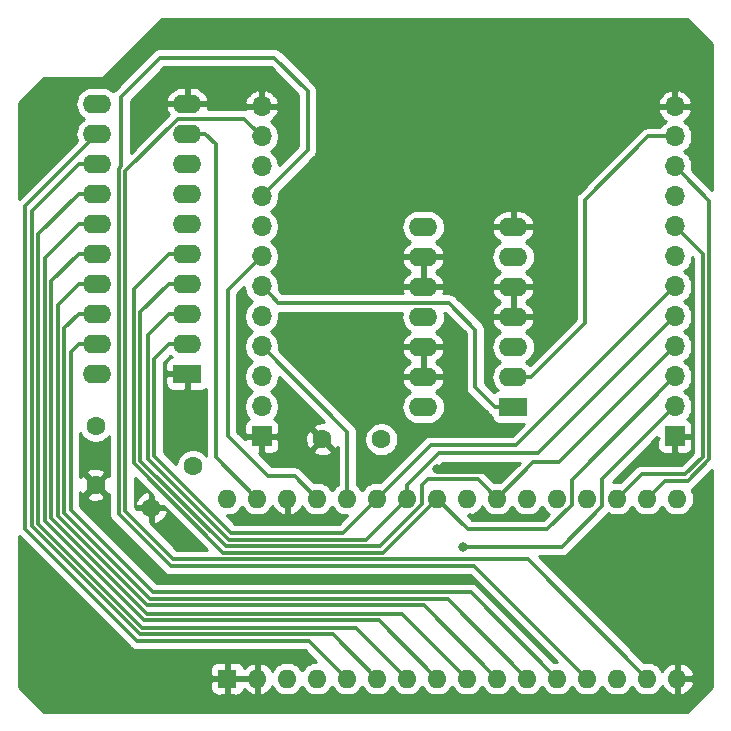
<source format=gbr>
G04 #@! TF.GenerationSoftware,KiCad,Pcbnew,5.1.5+dfsg1-2build2*
G04 #@! TF.CreationDate,2022-09-07T21:32:21-04:00*
G04 #@! TF.ProjectId,coco2_3134_64k_static_ram_board,636f636f-325f-4333-9133-345f36346b5f,1.0.0*
G04 #@! TF.SameCoordinates,Original*
G04 #@! TF.FileFunction,Copper,L2,Bot*
G04 #@! TF.FilePolarity,Positive*
%FSLAX46Y46*%
G04 Gerber Fmt 4.6, Leading zero omitted, Abs format (unit mm)*
G04 Created by KiCad (PCBNEW 5.1.5+dfsg1-2build2) date 2022-09-07 21:32:21*
%MOMM*%
%LPD*%
G04 APERTURE LIST*
%ADD10R,1.700000X1.700000*%
%ADD11O,1.700000X1.700000*%
%ADD12C,1.600000*%
%ADD13R,1.600000X1.600000*%
%ADD14O,1.600000X1.600000*%
%ADD15R,2.400000X1.600000*%
%ADD16O,2.400000X1.600000*%
%ADD17C,0.800000*%
%ADD18C,0.750000*%
%ADD19C,0.350000*%
%ADD20C,0.254000*%
G04 APERTURE END LIST*
D10*
X102500000Y-112500000D03*
D11*
X102500000Y-109960000D03*
X102500000Y-107420000D03*
X102500000Y-104880000D03*
X102500000Y-102340000D03*
X102500000Y-99800000D03*
X102500000Y-97260000D03*
X102500000Y-94720000D03*
X102500000Y-92180000D03*
X102500000Y-89640000D03*
X102500000Y-87100000D03*
X102500000Y-84560000D03*
X137500000Y-84560000D03*
X137500000Y-87100000D03*
X137500000Y-89640000D03*
X137500000Y-92180000D03*
X137500000Y-94720000D03*
X137500000Y-97260000D03*
X137500000Y-99800000D03*
X137500000Y-102340000D03*
X137500000Y-104880000D03*
X137500000Y-107420000D03*
X137500000Y-109960000D03*
D10*
X137500000Y-112500000D03*
D12*
X88450000Y-111600000D03*
X88450000Y-116600000D03*
X93164466Y-118535534D03*
X96700000Y-115000000D03*
X112650000Y-112750000D03*
X107650000Y-112750000D03*
D13*
X99600000Y-133000000D03*
D14*
X137700000Y-117760000D03*
X102140000Y-133000000D03*
X135160000Y-117760000D03*
X104680000Y-133000000D03*
X132620000Y-117760000D03*
X107220000Y-133000000D03*
X130080000Y-117760000D03*
X109760000Y-133000000D03*
X127540000Y-117760000D03*
X112300000Y-133000000D03*
X125000000Y-117760000D03*
X114840000Y-133000000D03*
X122460000Y-117760000D03*
X117380000Y-133000000D03*
X119920000Y-117760000D03*
X119920000Y-133000000D03*
X117380000Y-117760000D03*
X122460000Y-133000000D03*
X114840000Y-117760000D03*
X125000000Y-133000000D03*
X112300000Y-117760000D03*
X127540000Y-133000000D03*
X109760000Y-117760000D03*
X130080000Y-133000000D03*
X107220000Y-117760000D03*
X132620000Y-133000000D03*
X104680000Y-117760000D03*
X135160000Y-133000000D03*
X102140000Y-117760000D03*
X137700000Y-133000000D03*
X99600000Y-117760000D03*
D15*
X123800000Y-110000000D03*
D16*
X116180000Y-94760000D03*
X123800000Y-107460000D03*
X116180000Y-97300000D03*
X123800000Y-104920000D03*
X116180000Y-99840000D03*
X123800000Y-102380000D03*
X116180000Y-102380000D03*
X123800000Y-99840000D03*
X116180000Y-104920000D03*
X123800000Y-97300000D03*
X116180000Y-107460000D03*
X123800000Y-94760000D03*
X116180000Y-110000000D03*
D15*
X96200000Y-107200000D03*
D16*
X88580000Y-84340000D03*
X96200000Y-104660000D03*
X88580000Y-86880000D03*
X96200000Y-102120000D03*
X88580000Y-89420000D03*
X96200000Y-99580000D03*
X88580000Y-91960000D03*
X96200000Y-97040000D03*
X88580000Y-94500000D03*
X96200000Y-94500000D03*
X88580000Y-97040000D03*
X96200000Y-91960000D03*
X88580000Y-99580000D03*
X96200000Y-89420000D03*
X88580000Y-102120000D03*
X96200000Y-86880000D03*
X88580000Y-104660000D03*
X96200000Y-84340000D03*
X88580000Y-107200000D03*
D17*
X97000000Y-112100000D03*
X114600000Y-113500000D03*
X107500000Y-115500000D03*
X84800000Y-124600000D03*
X87300000Y-127100000D03*
X122300000Y-115800000D03*
X121100000Y-119300000D03*
X117400000Y-115300000D03*
X119550000Y-121850000D03*
D18*
X121800000Y-115300000D02*
X122300000Y-115800000D01*
X117400000Y-115300000D02*
X121800000Y-115300000D01*
D19*
X109760000Y-112140000D02*
X109760000Y-117760000D01*
X102500000Y-104880000D02*
X109760000Y-112140000D01*
X122250000Y-110000000D02*
X120600000Y-108350000D01*
X123800000Y-110000000D02*
X122250000Y-110000000D01*
X120600000Y-108350000D02*
X120600000Y-103450000D01*
X103349999Y-100649999D02*
X102500000Y-99800000D01*
X103904990Y-101204990D02*
X103349999Y-100649999D01*
X118354990Y-101204990D02*
X103904990Y-101204990D01*
X120600000Y-103450000D02*
X118354990Y-101204990D01*
X102500000Y-97260000D02*
X99650000Y-100110000D01*
X99650000Y-100110000D02*
X99650000Y-112450000D01*
X99650000Y-112450000D02*
X103050000Y-115850000D01*
X105310000Y-115850000D02*
X107220000Y-117760000D01*
X103050000Y-115850000D02*
X105310000Y-115850000D01*
X106400000Y-88280000D02*
X103349999Y-91330001D01*
X103349999Y-91330001D02*
X102500000Y-92180000D01*
X106400000Y-83250000D02*
X106400000Y-88280000D01*
X103600000Y-80450000D02*
X106400000Y-83250000D01*
X93900000Y-80450000D02*
X103600000Y-80450000D01*
X90599980Y-83750020D02*
X93900000Y-80450000D01*
X90399989Y-119049990D02*
X90399989Y-89840463D01*
X120530053Y-123450053D02*
X94800052Y-123450053D01*
X130080000Y-133000000D02*
X120530053Y-123450053D01*
X90599980Y-89640472D02*
X90599980Y-83750020D01*
X90399989Y-89840463D02*
X90599980Y-89640472D01*
X94800052Y-123450053D02*
X90399989Y-119049990D01*
X101650001Y-86250001D02*
X102500000Y-87100000D01*
X101000000Y-85600000D02*
X101650001Y-86250001D01*
X90950000Y-90068285D02*
X95418285Y-85600000D01*
X90950000Y-118822168D02*
X90950000Y-90068285D01*
X95027874Y-122900042D02*
X90950000Y-118822168D01*
X125060042Y-122900042D02*
X95027874Y-122900042D01*
X95418285Y-85600000D02*
X101000000Y-85600000D01*
X135160000Y-133000000D02*
X125060042Y-122900042D01*
X125350000Y-107460000D02*
X129900000Y-102910000D01*
X123800000Y-107460000D02*
X125350000Y-107460000D01*
X129900000Y-102910000D02*
X129900000Y-92450000D01*
X135250000Y-87100000D02*
X137500000Y-87100000D01*
X129900000Y-92450000D02*
X135250000Y-87100000D01*
X138349999Y-90489999D02*
X137500000Y-89640000D01*
X138577822Y-116250011D02*
X140400000Y-114427833D01*
X140400000Y-114427833D02*
X140400000Y-92540000D01*
X135160000Y-117760000D02*
X136669989Y-116250011D01*
X136669989Y-116250011D02*
X138577822Y-116250011D01*
X140400000Y-92540000D02*
X138349999Y-90489999D01*
X138349999Y-95569999D02*
X137500000Y-94720000D01*
X132620000Y-117760000D02*
X134680000Y-115700000D01*
X134680000Y-115700000D02*
X138350000Y-115700000D01*
X138350000Y-115700000D02*
X139849989Y-114200011D01*
X139849989Y-114200011D02*
X139849989Y-97069989D01*
X139849989Y-97069989D02*
X138349999Y-95569999D01*
X137500000Y-99800000D02*
X124050000Y-113250000D01*
X113099999Y-116960001D02*
X112300000Y-117760000D01*
X116810000Y-113250000D02*
X113099999Y-116960001D01*
X124050000Y-113250000D02*
X116810000Y-113250000D01*
X111500001Y-118559999D02*
X112300000Y-117760000D01*
X109360002Y-120699998D02*
X111500001Y-118559999D01*
X99949998Y-120699998D02*
X109360002Y-120699998D01*
X93400000Y-114150000D02*
X99949998Y-120699998D01*
X96200000Y-104660000D02*
X94650000Y-104660000D01*
X93400000Y-105910000D02*
X93400000Y-114150000D01*
X94650000Y-104660000D02*
X93400000Y-105910000D01*
X114840000Y-116628630D02*
X114840000Y-117760000D01*
X125940000Y-113900000D02*
X117568630Y-113900000D01*
X117568630Y-113900000D02*
X114840000Y-116628630D01*
X137500000Y-102340000D02*
X125940000Y-113900000D01*
X114040001Y-118559999D02*
X114840000Y-117760000D01*
X111349991Y-121250009D02*
X114040001Y-118559999D01*
X92849989Y-114377822D02*
X99722176Y-121250009D01*
X94650000Y-102120000D02*
X92849989Y-103920011D01*
X96200000Y-102120000D02*
X94650000Y-102120000D01*
X92849989Y-103920011D02*
X92849989Y-114377822D01*
X99722176Y-121250009D02*
X111349991Y-121250009D01*
X125520000Y-114700000D02*
X122460000Y-117760000D01*
X127650000Y-114700000D02*
X125520000Y-114700000D01*
X137470000Y-104880000D02*
X127650000Y-114700000D01*
X137500000Y-104880000D02*
X137470000Y-104880000D01*
X121660001Y-116960001D02*
X122460000Y-117760000D01*
X116600000Y-116100000D02*
X120800000Y-116100000D01*
X116100000Y-116600000D02*
X116600000Y-116100000D01*
X120800000Y-116100000D02*
X121660001Y-116960001D01*
X116100000Y-118262168D02*
X116100000Y-116600000D01*
X112562148Y-121800020D02*
X116100000Y-118262168D01*
X94650000Y-99580000D02*
X92250013Y-101979987D01*
X99494354Y-121800020D02*
X112562148Y-121800020D01*
X92250013Y-114555679D02*
X99494354Y-121800020D01*
X92250013Y-101979987D02*
X92250013Y-114555679D01*
X96200000Y-99580000D02*
X94650000Y-99580000D01*
X126689002Y-120350000D02*
X119970000Y-120350000D01*
X128750000Y-118289002D02*
X126689002Y-120350000D01*
X128750000Y-116170000D02*
X128750000Y-118289002D01*
X119970000Y-120350000D02*
X117380000Y-117760000D01*
X137500000Y-107420000D02*
X128750000Y-116170000D01*
X96200000Y-97040000D02*
X94650000Y-97040000D01*
X91700002Y-99989998D02*
X91700002Y-114783501D01*
X94650000Y-97040000D02*
X91700002Y-99989998D01*
X91700002Y-114783501D02*
X99266532Y-122350031D01*
X99266532Y-122350031D02*
X112789969Y-122350031D01*
X112789969Y-122350031D02*
X116580001Y-118559999D01*
X116580001Y-118559999D02*
X117380000Y-117760000D01*
X98650000Y-114270000D02*
X102140000Y-117760000D01*
X97750000Y-86880000D02*
X98650000Y-87780000D01*
X96200000Y-86880000D02*
X97750000Y-86880000D01*
X98650000Y-87780000D02*
X98650000Y-114270000D01*
X136650001Y-110809999D02*
X137500000Y-109960000D01*
X131350000Y-116110000D02*
X136650001Y-110809999D01*
X131350000Y-118400000D02*
X131350000Y-116110000D01*
X127900000Y-121850000D02*
X131350000Y-118400000D01*
X119550000Y-121850000D02*
X127900000Y-121850000D01*
X82500000Y-120344817D02*
X82500000Y-93000000D01*
X108524999Y-131824999D02*
X106500020Y-129800020D01*
X108584999Y-131824999D02*
X108524999Y-131824999D01*
X109760000Y-133000000D02*
X108584999Y-131824999D01*
X91955203Y-129800020D02*
X82500000Y-120344817D01*
X88580000Y-86920000D02*
X88580000Y-86880000D01*
X82500000Y-93000000D02*
X88580000Y-86920000D01*
X106500020Y-129800020D02*
X91955203Y-129800020D01*
X108550009Y-129250009D02*
X92183024Y-129250009D01*
X112300000Y-133000000D02*
X108550009Y-129250009D01*
X87030000Y-89420000D02*
X88580000Y-89420000D01*
X92183024Y-129250009D02*
X83050011Y-120116996D01*
X83050011Y-120116996D02*
X83050011Y-93399989D01*
X83050011Y-93399989D02*
X87030000Y-89420000D01*
X114840000Y-133000000D02*
X110539998Y-128699998D01*
X83600022Y-95389978D02*
X87030000Y-91960000D01*
X87030000Y-91960000D02*
X88580000Y-91960000D01*
X92410845Y-128699998D02*
X83600022Y-119889175D01*
X83600022Y-119889175D02*
X83600022Y-95389978D01*
X110539998Y-128699998D02*
X92410845Y-128699998D01*
X87030000Y-94500000D02*
X88580000Y-94500000D01*
X84150033Y-119661354D02*
X84150033Y-97379967D01*
X112430010Y-128050010D02*
X92538689Y-128050010D01*
X84150033Y-97379967D02*
X87030000Y-94500000D01*
X92538689Y-128050010D02*
X84150033Y-119661354D01*
X117380000Y-133000000D02*
X112430010Y-128050010D01*
X119920000Y-133000000D02*
X114419999Y-127499999D01*
X87030000Y-97040000D02*
X88580000Y-97040000D01*
X84700044Y-99369956D02*
X87030000Y-97040000D01*
X92766510Y-127499999D02*
X84700044Y-119433533D01*
X114419999Y-127499999D02*
X92766510Y-127499999D01*
X84700044Y-119433533D02*
X84700044Y-99369956D01*
X87030000Y-99580000D02*
X88580000Y-99580000D01*
X122460000Y-133000000D02*
X116260000Y-126800000D01*
X92844343Y-126800000D02*
X85250055Y-119205712D01*
X116260000Y-126800000D02*
X92844343Y-126800000D01*
X85250055Y-101359945D02*
X87030000Y-99580000D01*
X85250055Y-119205712D02*
X85250055Y-101359945D01*
X118249989Y-126249989D02*
X93072164Y-126249989D01*
X87030000Y-102120000D02*
X88580000Y-102120000D01*
X93072164Y-126249989D02*
X85800066Y-118977891D01*
X85800066Y-118977891D02*
X85800066Y-103349934D01*
X85800066Y-103349934D02*
X87030000Y-102120000D01*
X125000000Y-133000000D02*
X118249989Y-126249989D01*
X120239978Y-125699978D02*
X93299985Y-125699978D01*
X127540000Y-133000000D02*
X120239978Y-125699978D01*
X93299985Y-125699978D02*
X86350077Y-118750070D01*
X86350077Y-118750070D02*
X86350077Y-105339923D01*
X86350077Y-105339923D02*
X87030000Y-104660000D01*
X87030000Y-104660000D02*
X88580000Y-104660000D01*
D20*
G36*
X140640001Y-133726618D02*
G01*
X138526620Y-135840000D01*
X84073381Y-135840000D01*
X82033381Y-133800000D01*
X98161928Y-133800000D01*
X98174188Y-133924482D01*
X98210498Y-134044180D01*
X98269463Y-134154494D01*
X98348815Y-134251185D01*
X98445506Y-134330537D01*
X98555820Y-134389502D01*
X98675518Y-134425812D01*
X98800000Y-134438072D01*
X99314250Y-134435000D01*
X99473000Y-134276250D01*
X99473000Y-133127000D01*
X99727000Y-133127000D01*
X99727000Y-134276250D01*
X99885750Y-134435000D01*
X100400000Y-134438072D01*
X100524482Y-134425812D01*
X100644180Y-134389502D01*
X100754494Y-134330537D01*
X100851185Y-134251185D01*
X100930537Y-134154494D01*
X100989502Y-134044180D01*
X101025812Y-133924482D01*
X101028231Y-133899920D01*
X101176586Y-134063519D01*
X101402580Y-134231037D01*
X101656913Y-134351246D01*
X101790961Y-134391904D01*
X102013000Y-134269915D01*
X102013000Y-133127000D01*
X99727000Y-133127000D01*
X99473000Y-133127000D01*
X98323750Y-133127000D01*
X98165000Y-133285750D01*
X98161928Y-133800000D01*
X82033381Y-133800000D01*
X81960000Y-133726620D01*
X81960000Y-132200000D01*
X98161928Y-132200000D01*
X98165000Y-132714250D01*
X98323750Y-132873000D01*
X99473000Y-132873000D01*
X99473000Y-131723750D01*
X99727000Y-131723750D01*
X99727000Y-132873000D01*
X102013000Y-132873000D01*
X102013000Y-131730085D01*
X101790961Y-131608096D01*
X101656913Y-131648754D01*
X101402580Y-131768963D01*
X101176586Y-131936481D01*
X101028231Y-132100080D01*
X101025812Y-132075518D01*
X100989502Y-131955820D01*
X100930537Y-131845506D01*
X100851185Y-131748815D01*
X100754494Y-131669463D01*
X100644180Y-131610498D01*
X100524482Y-131574188D01*
X100400000Y-131561928D01*
X99885750Y-131565000D01*
X99727000Y-131723750D01*
X99473000Y-131723750D01*
X99314250Y-131565000D01*
X98800000Y-131561928D01*
X98675518Y-131574188D01*
X98555820Y-131610498D01*
X98445506Y-131669463D01*
X98348815Y-131748815D01*
X98269463Y-131845506D01*
X98210498Y-131955820D01*
X98174188Y-132075518D01*
X98161928Y-132200000D01*
X81960000Y-132200000D01*
X81960000Y-120950329D01*
X91354308Y-130344638D01*
X91379675Y-130375548D01*
X91447413Y-130431139D01*
X91503013Y-130476769D01*
X91578227Y-130516971D01*
X91643730Y-130551983D01*
X91796415Y-130598300D01*
X91915412Y-130610020D01*
X91915414Y-130610020D01*
X91955202Y-130613939D01*
X91994990Y-130610020D01*
X106164508Y-130610020D01*
X107119487Y-131565000D01*
X107078665Y-131565000D01*
X106801426Y-131620147D01*
X106540273Y-131728320D01*
X106305241Y-131885363D01*
X106105363Y-132085241D01*
X105950000Y-132317759D01*
X105794637Y-132085241D01*
X105594759Y-131885363D01*
X105359727Y-131728320D01*
X105098574Y-131620147D01*
X104821335Y-131565000D01*
X104538665Y-131565000D01*
X104261426Y-131620147D01*
X104000273Y-131728320D01*
X103765241Y-131885363D01*
X103565363Y-132085241D01*
X103408320Y-132320273D01*
X103403933Y-132330865D01*
X103292385Y-132144869D01*
X103103414Y-131936481D01*
X102877420Y-131768963D01*
X102623087Y-131648754D01*
X102489039Y-131608096D01*
X102267000Y-131730085D01*
X102267000Y-132873000D01*
X102287000Y-132873000D01*
X102287000Y-133127000D01*
X102267000Y-133127000D01*
X102267000Y-134269915D01*
X102489039Y-134391904D01*
X102623087Y-134351246D01*
X102877420Y-134231037D01*
X103103414Y-134063519D01*
X103292385Y-133855131D01*
X103403933Y-133669135D01*
X103408320Y-133679727D01*
X103565363Y-133914759D01*
X103765241Y-134114637D01*
X104000273Y-134271680D01*
X104261426Y-134379853D01*
X104538665Y-134435000D01*
X104821335Y-134435000D01*
X105098574Y-134379853D01*
X105359727Y-134271680D01*
X105594759Y-134114637D01*
X105794637Y-133914759D01*
X105950000Y-133682241D01*
X106105363Y-133914759D01*
X106305241Y-134114637D01*
X106540273Y-134271680D01*
X106801426Y-134379853D01*
X107078665Y-134435000D01*
X107361335Y-134435000D01*
X107638574Y-134379853D01*
X107899727Y-134271680D01*
X108134759Y-134114637D01*
X108334637Y-133914759D01*
X108490000Y-133682241D01*
X108645363Y-133914759D01*
X108845241Y-134114637D01*
X109080273Y-134271680D01*
X109341426Y-134379853D01*
X109618665Y-134435000D01*
X109901335Y-134435000D01*
X110178574Y-134379853D01*
X110439727Y-134271680D01*
X110674759Y-134114637D01*
X110874637Y-133914759D01*
X111030000Y-133682241D01*
X111185363Y-133914759D01*
X111385241Y-134114637D01*
X111620273Y-134271680D01*
X111881426Y-134379853D01*
X112158665Y-134435000D01*
X112441335Y-134435000D01*
X112718574Y-134379853D01*
X112979727Y-134271680D01*
X113214759Y-134114637D01*
X113414637Y-133914759D01*
X113570000Y-133682241D01*
X113725363Y-133914759D01*
X113925241Y-134114637D01*
X114160273Y-134271680D01*
X114421426Y-134379853D01*
X114698665Y-134435000D01*
X114981335Y-134435000D01*
X115258574Y-134379853D01*
X115519727Y-134271680D01*
X115754759Y-134114637D01*
X115954637Y-133914759D01*
X116110000Y-133682241D01*
X116265363Y-133914759D01*
X116465241Y-134114637D01*
X116700273Y-134271680D01*
X116961426Y-134379853D01*
X117238665Y-134435000D01*
X117521335Y-134435000D01*
X117798574Y-134379853D01*
X118059727Y-134271680D01*
X118294759Y-134114637D01*
X118494637Y-133914759D01*
X118650000Y-133682241D01*
X118805363Y-133914759D01*
X119005241Y-134114637D01*
X119240273Y-134271680D01*
X119501426Y-134379853D01*
X119778665Y-134435000D01*
X120061335Y-134435000D01*
X120338574Y-134379853D01*
X120599727Y-134271680D01*
X120834759Y-134114637D01*
X121034637Y-133914759D01*
X121190000Y-133682241D01*
X121345363Y-133914759D01*
X121545241Y-134114637D01*
X121780273Y-134271680D01*
X122041426Y-134379853D01*
X122318665Y-134435000D01*
X122601335Y-134435000D01*
X122878574Y-134379853D01*
X123139727Y-134271680D01*
X123374759Y-134114637D01*
X123574637Y-133914759D01*
X123730000Y-133682241D01*
X123885363Y-133914759D01*
X124085241Y-134114637D01*
X124320273Y-134271680D01*
X124581426Y-134379853D01*
X124858665Y-134435000D01*
X125141335Y-134435000D01*
X125418574Y-134379853D01*
X125679727Y-134271680D01*
X125914759Y-134114637D01*
X126114637Y-133914759D01*
X126270000Y-133682241D01*
X126425363Y-133914759D01*
X126625241Y-134114637D01*
X126860273Y-134271680D01*
X127121426Y-134379853D01*
X127398665Y-134435000D01*
X127681335Y-134435000D01*
X127958574Y-134379853D01*
X128219727Y-134271680D01*
X128454759Y-134114637D01*
X128654637Y-133914759D01*
X128810000Y-133682241D01*
X128965363Y-133914759D01*
X129165241Y-134114637D01*
X129400273Y-134271680D01*
X129661426Y-134379853D01*
X129938665Y-134435000D01*
X130221335Y-134435000D01*
X130498574Y-134379853D01*
X130759727Y-134271680D01*
X130994759Y-134114637D01*
X131194637Y-133914759D01*
X131350000Y-133682241D01*
X131505363Y-133914759D01*
X131705241Y-134114637D01*
X131940273Y-134271680D01*
X132201426Y-134379853D01*
X132478665Y-134435000D01*
X132761335Y-134435000D01*
X133038574Y-134379853D01*
X133299727Y-134271680D01*
X133534759Y-134114637D01*
X133734637Y-133914759D01*
X133890000Y-133682241D01*
X134045363Y-133914759D01*
X134245241Y-134114637D01*
X134480273Y-134271680D01*
X134741426Y-134379853D01*
X135018665Y-134435000D01*
X135301335Y-134435000D01*
X135578574Y-134379853D01*
X135839727Y-134271680D01*
X136074759Y-134114637D01*
X136274637Y-133914759D01*
X136431680Y-133679727D01*
X136436067Y-133669135D01*
X136547615Y-133855131D01*
X136736586Y-134063519D01*
X136962580Y-134231037D01*
X137216913Y-134351246D01*
X137350961Y-134391904D01*
X137573000Y-134269915D01*
X137573000Y-133127000D01*
X137827000Y-133127000D01*
X137827000Y-134269915D01*
X138049039Y-134391904D01*
X138183087Y-134351246D01*
X138437420Y-134231037D01*
X138663414Y-134063519D01*
X138852385Y-133855131D01*
X138997070Y-133613881D01*
X139091909Y-133349040D01*
X138970624Y-133127000D01*
X137827000Y-133127000D01*
X137573000Y-133127000D01*
X137553000Y-133127000D01*
X137553000Y-132873000D01*
X137573000Y-132873000D01*
X137573000Y-131730085D01*
X137827000Y-131730085D01*
X137827000Y-132873000D01*
X138970624Y-132873000D01*
X139091909Y-132650960D01*
X138997070Y-132386119D01*
X138852385Y-132144869D01*
X138663414Y-131936481D01*
X138437420Y-131768963D01*
X138183087Y-131648754D01*
X138049039Y-131608096D01*
X137827000Y-131730085D01*
X137573000Y-131730085D01*
X137350961Y-131608096D01*
X137216913Y-131648754D01*
X136962580Y-131768963D01*
X136736586Y-131936481D01*
X136547615Y-132144869D01*
X136436067Y-132330865D01*
X136431680Y-132320273D01*
X136274637Y-132085241D01*
X136074759Y-131885363D01*
X135839727Y-131728320D01*
X135578574Y-131620147D01*
X135301335Y-131565000D01*
X135018665Y-131565000D01*
X134895093Y-131589580D01*
X125965512Y-122660000D01*
X127860212Y-122660000D01*
X127900000Y-122663919D01*
X127939788Y-122660000D01*
X127939791Y-122660000D01*
X128058788Y-122648280D01*
X128211473Y-122601963D01*
X128352189Y-122526749D01*
X128475528Y-122425528D01*
X128500900Y-122394612D01*
X131894451Y-119001062D01*
X131940273Y-119031680D01*
X132201426Y-119139853D01*
X132478665Y-119195000D01*
X132761335Y-119195000D01*
X133038574Y-119139853D01*
X133299727Y-119031680D01*
X133534759Y-118874637D01*
X133734637Y-118674759D01*
X133890000Y-118442241D01*
X134045363Y-118674759D01*
X134245241Y-118874637D01*
X134480273Y-119031680D01*
X134741426Y-119139853D01*
X135018665Y-119195000D01*
X135301335Y-119195000D01*
X135578574Y-119139853D01*
X135839727Y-119031680D01*
X136074759Y-118874637D01*
X136274637Y-118674759D01*
X136430000Y-118442241D01*
X136585363Y-118674759D01*
X136785241Y-118874637D01*
X137020273Y-119031680D01*
X137281426Y-119139853D01*
X137558665Y-119195000D01*
X137841335Y-119195000D01*
X138118574Y-119139853D01*
X138379727Y-119031680D01*
X138614759Y-118874637D01*
X138814637Y-118674759D01*
X138971680Y-118439727D01*
X139079853Y-118178574D01*
X139135000Y-117901335D01*
X139135000Y-117618665D01*
X139079853Y-117341426D01*
X138971680Y-117080273D01*
X138911450Y-116990132D01*
X139030011Y-116926760D01*
X139153350Y-116825539D01*
X139178721Y-116794624D01*
X140640001Y-115333345D01*
X140640001Y-133726618D01*
G37*
X140640001Y-133726618D02*
X138526620Y-135840000D01*
X84073381Y-135840000D01*
X82033381Y-133800000D01*
X98161928Y-133800000D01*
X98174188Y-133924482D01*
X98210498Y-134044180D01*
X98269463Y-134154494D01*
X98348815Y-134251185D01*
X98445506Y-134330537D01*
X98555820Y-134389502D01*
X98675518Y-134425812D01*
X98800000Y-134438072D01*
X99314250Y-134435000D01*
X99473000Y-134276250D01*
X99473000Y-133127000D01*
X99727000Y-133127000D01*
X99727000Y-134276250D01*
X99885750Y-134435000D01*
X100400000Y-134438072D01*
X100524482Y-134425812D01*
X100644180Y-134389502D01*
X100754494Y-134330537D01*
X100851185Y-134251185D01*
X100930537Y-134154494D01*
X100989502Y-134044180D01*
X101025812Y-133924482D01*
X101028231Y-133899920D01*
X101176586Y-134063519D01*
X101402580Y-134231037D01*
X101656913Y-134351246D01*
X101790961Y-134391904D01*
X102013000Y-134269915D01*
X102013000Y-133127000D01*
X99727000Y-133127000D01*
X99473000Y-133127000D01*
X98323750Y-133127000D01*
X98165000Y-133285750D01*
X98161928Y-133800000D01*
X82033381Y-133800000D01*
X81960000Y-133726620D01*
X81960000Y-132200000D01*
X98161928Y-132200000D01*
X98165000Y-132714250D01*
X98323750Y-132873000D01*
X99473000Y-132873000D01*
X99473000Y-131723750D01*
X99727000Y-131723750D01*
X99727000Y-132873000D01*
X102013000Y-132873000D01*
X102013000Y-131730085D01*
X101790961Y-131608096D01*
X101656913Y-131648754D01*
X101402580Y-131768963D01*
X101176586Y-131936481D01*
X101028231Y-132100080D01*
X101025812Y-132075518D01*
X100989502Y-131955820D01*
X100930537Y-131845506D01*
X100851185Y-131748815D01*
X100754494Y-131669463D01*
X100644180Y-131610498D01*
X100524482Y-131574188D01*
X100400000Y-131561928D01*
X99885750Y-131565000D01*
X99727000Y-131723750D01*
X99473000Y-131723750D01*
X99314250Y-131565000D01*
X98800000Y-131561928D01*
X98675518Y-131574188D01*
X98555820Y-131610498D01*
X98445506Y-131669463D01*
X98348815Y-131748815D01*
X98269463Y-131845506D01*
X98210498Y-131955820D01*
X98174188Y-132075518D01*
X98161928Y-132200000D01*
X81960000Y-132200000D01*
X81960000Y-120950329D01*
X91354308Y-130344638D01*
X91379675Y-130375548D01*
X91447413Y-130431139D01*
X91503013Y-130476769D01*
X91578227Y-130516971D01*
X91643730Y-130551983D01*
X91796415Y-130598300D01*
X91915412Y-130610020D01*
X91915414Y-130610020D01*
X91955202Y-130613939D01*
X91994990Y-130610020D01*
X106164508Y-130610020D01*
X107119487Y-131565000D01*
X107078665Y-131565000D01*
X106801426Y-131620147D01*
X106540273Y-131728320D01*
X106305241Y-131885363D01*
X106105363Y-132085241D01*
X105950000Y-132317759D01*
X105794637Y-132085241D01*
X105594759Y-131885363D01*
X105359727Y-131728320D01*
X105098574Y-131620147D01*
X104821335Y-131565000D01*
X104538665Y-131565000D01*
X104261426Y-131620147D01*
X104000273Y-131728320D01*
X103765241Y-131885363D01*
X103565363Y-132085241D01*
X103408320Y-132320273D01*
X103403933Y-132330865D01*
X103292385Y-132144869D01*
X103103414Y-131936481D01*
X102877420Y-131768963D01*
X102623087Y-131648754D01*
X102489039Y-131608096D01*
X102267000Y-131730085D01*
X102267000Y-132873000D01*
X102287000Y-132873000D01*
X102287000Y-133127000D01*
X102267000Y-133127000D01*
X102267000Y-134269915D01*
X102489039Y-134391904D01*
X102623087Y-134351246D01*
X102877420Y-134231037D01*
X103103414Y-134063519D01*
X103292385Y-133855131D01*
X103403933Y-133669135D01*
X103408320Y-133679727D01*
X103565363Y-133914759D01*
X103765241Y-134114637D01*
X104000273Y-134271680D01*
X104261426Y-134379853D01*
X104538665Y-134435000D01*
X104821335Y-134435000D01*
X105098574Y-134379853D01*
X105359727Y-134271680D01*
X105594759Y-134114637D01*
X105794637Y-133914759D01*
X105950000Y-133682241D01*
X106105363Y-133914759D01*
X106305241Y-134114637D01*
X106540273Y-134271680D01*
X106801426Y-134379853D01*
X107078665Y-134435000D01*
X107361335Y-134435000D01*
X107638574Y-134379853D01*
X107899727Y-134271680D01*
X108134759Y-134114637D01*
X108334637Y-133914759D01*
X108490000Y-133682241D01*
X108645363Y-133914759D01*
X108845241Y-134114637D01*
X109080273Y-134271680D01*
X109341426Y-134379853D01*
X109618665Y-134435000D01*
X109901335Y-134435000D01*
X110178574Y-134379853D01*
X110439727Y-134271680D01*
X110674759Y-134114637D01*
X110874637Y-133914759D01*
X111030000Y-133682241D01*
X111185363Y-133914759D01*
X111385241Y-134114637D01*
X111620273Y-134271680D01*
X111881426Y-134379853D01*
X112158665Y-134435000D01*
X112441335Y-134435000D01*
X112718574Y-134379853D01*
X112979727Y-134271680D01*
X113214759Y-134114637D01*
X113414637Y-133914759D01*
X113570000Y-133682241D01*
X113725363Y-133914759D01*
X113925241Y-134114637D01*
X114160273Y-134271680D01*
X114421426Y-134379853D01*
X114698665Y-134435000D01*
X114981335Y-134435000D01*
X115258574Y-134379853D01*
X115519727Y-134271680D01*
X115754759Y-134114637D01*
X115954637Y-133914759D01*
X116110000Y-133682241D01*
X116265363Y-133914759D01*
X116465241Y-134114637D01*
X116700273Y-134271680D01*
X116961426Y-134379853D01*
X117238665Y-134435000D01*
X117521335Y-134435000D01*
X117798574Y-134379853D01*
X118059727Y-134271680D01*
X118294759Y-134114637D01*
X118494637Y-133914759D01*
X118650000Y-133682241D01*
X118805363Y-133914759D01*
X119005241Y-134114637D01*
X119240273Y-134271680D01*
X119501426Y-134379853D01*
X119778665Y-134435000D01*
X120061335Y-134435000D01*
X120338574Y-134379853D01*
X120599727Y-134271680D01*
X120834759Y-134114637D01*
X121034637Y-133914759D01*
X121190000Y-133682241D01*
X121345363Y-133914759D01*
X121545241Y-134114637D01*
X121780273Y-134271680D01*
X122041426Y-134379853D01*
X122318665Y-134435000D01*
X122601335Y-134435000D01*
X122878574Y-134379853D01*
X123139727Y-134271680D01*
X123374759Y-134114637D01*
X123574637Y-133914759D01*
X123730000Y-133682241D01*
X123885363Y-133914759D01*
X124085241Y-134114637D01*
X124320273Y-134271680D01*
X124581426Y-134379853D01*
X124858665Y-134435000D01*
X125141335Y-134435000D01*
X125418574Y-134379853D01*
X125679727Y-134271680D01*
X125914759Y-134114637D01*
X126114637Y-133914759D01*
X126270000Y-133682241D01*
X126425363Y-133914759D01*
X126625241Y-134114637D01*
X126860273Y-134271680D01*
X127121426Y-134379853D01*
X127398665Y-134435000D01*
X127681335Y-134435000D01*
X127958574Y-134379853D01*
X128219727Y-134271680D01*
X128454759Y-134114637D01*
X128654637Y-133914759D01*
X128810000Y-133682241D01*
X128965363Y-133914759D01*
X129165241Y-134114637D01*
X129400273Y-134271680D01*
X129661426Y-134379853D01*
X129938665Y-134435000D01*
X130221335Y-134435000D01*
X130498574Y-134379853D01*
X130759727Y-134271680D01*
X130994759Y-134114637D01*
X131194637Y-133914759D01*
X131350000Y-133682241D01*
X131505363Y-133914759D01*
X131705241Y-134114637D01*
X131940273Y-134271680D01*
X132201426Y-134379853D01*
X132478665Y-134435000D01*
X132761335Y-134435000D01*
X133038574Y-134379853D01*
X133299727Y-134271680D01*
X133534759Y-134114637D01*
X133734637Y-133914759D01*
X133890000Y-133682241D01*
X134045363Y-133914759D01*
X134245241Y-134114637D01*
X134480273Y-134271680D01*
X134741426Y-134379853D01*
X135018665Y-134435000D01*
X135301335Y-134435000D01*
X135578574Y-134379853D01*
X135839727Y-134271680D01*
X136074759Y-134114637D01*
X136274637Y-133914759D01*
X136431680Y-133679727D01*
X136436067Y-133669135D01*
X136547615Y-133855131D01*
X136736586Y-134063519D01*
X136962580Y-134231037D01*
X137216913Y-134351246D01*
X137350961Y-134391904D01*
X137573000Y-134269915D01*
X137573000Y-133127000D01*
X137827000Y-133127000D01*
X137827000Y-134269915D01*
X138049039Y-134391904D01*
X138183087Y-134351246D01*
X138437420Y-134231037D01*
X138663414Y-134063519D01*
X138852385Y-133855131D01*
X138997070Y-133613881D01*
X139091909Y-133349040D01*
X138970624Y-133127000D01*
X137827000Y-133127000D01*
X137573000Y-133127000D01*
X137553000Y-133127000D01*
X137553000Y-132873000D01*
X137573000Y-132873000D01*
X137573000Y-131730085D01*
X137827000Y-131730085D01*
X137827000Y-132873000D01*
X138970624Y-132873000D01*
X139091909Y-132650960D01*
X138997070Y-132386119D01*
X138852385Y-132144869D01*
X138663414Y-131936481D01*
X138437420Y-131768963D01*
X138183087Y-131648754D01*
X138049039Y-131608096D01*
X137827000Y-131730085D01*
X137573000Y-131730085D01*
X137350961Y-131608096D01*
X137216913Y-131648754D01*
X136962580Y-131768963D01*
X136736586Y-131936481D01*
X136547615Y-132144869D01*
X136436067Y-132330865D01*
X136431680Y-132320273D01*
X136274637Y-132085241D01*
X136074759Y-131885363D01*
X135839727Y-131728320D01*
X135578574Y-131620147D01*
X135301335Y-131565000D01*
X135018665Y-131565000D01*
X134895093Y-131589580D01*
X125965512Y-122660000D01*
X127860212Y-122660000D01*
X127900000Y-122663919D01*
X127939788Y-122660000D01*
X127939791Y-122660000D01*
X128058788Y-122648280D01*
X128211473Y-122601963D01*
X128352189Y-122526749D01*
X128475528Y-122425528D01*
X128500900Y-122394612D01*
X131894451Y-119001062D01*
X131940273Y-119031680D01*
X132201426Y-119139853D01*
X132478665Y-119195000D01*
X132761335Y-119195000D01*
X133038574Y-119139853D01*
X133299727Y-119031680D01*
X133534759Y-118874637D01*
X133734637Y-118674759D01*
X133890000Y-118442241D01*
X134045363Y-118674759D01*
X134245241Y-118874637D01*
X134480273Y-119031680D01*
X134741426Y-119139853D01*
X135018665Y-119195000D01*
X135301335Y-119195000D01*
X135578574Y-119139853D01*
X135839727Y-119031680D01*
X136074759Y-118874637D01*
X136274637Y-118674759D01*
X136430000Y-118442241D01*
X136585363Y-118674759D01*
X136785241Y-118874637D01*
X137020273Y-119031680D01*
X137281426Y-119139853D01*
X137558665Y-119195000D01*
X137841335Y-119195000D01*
X138118574Y-119139853D01*
X138379727Y-119031680D01*
X138614759Y-118874637D01*
X138814637Y-118674759D01*
X138971680Y-118439727D01*
X139079853Y-118178574D01*
X139135000Y-117901335D01*
X139135000Y-117618665D01*
X139079853Y-117341426D01*
X138971680Y-117080273D01*
X138911450Y-116990132D01*
X139030011Y-116926760D01*
X139153350Y-116825539D01*
X139178721Y-116794624D01*
X140640001Y-115333345D01*
X140640001Y-133726618D01*
G36*
X87178320Y-112279727D02*
G01*
X87335363Y-112514759D01*
X87535241Y-112714637D01*
X87770273Y-112871680D01*
X88031426Y-112979853D01*
X88308665Y-113035000D01*
X88591335Y-113035000D01*
X88868574Y-112979853D01*
X89129727Y-112871680D01*
X89364759Y-112714637D01*
X89564637Y-112514759D01*
X89589989Y-112476817D01*
X89589989Y-115830119D01*
X89442702Y-115786903D01*
X88629605Y-116600000D01*
X89442702Y-117413097D01*
X89589989Y-117369881D01*
X89589989Y-119010202D01*
X89586070Y-119049990D01*
X89589989Y-119089778D01*
X89589989Y-119089780D01*
X89601709Y-119208777D01*
X89648026Y-119361462D01*
X89682960Y-119426819D01*
X89723240Y-119502179D01*
X89754279Y-119540000D01*
X89824461Y-119625518D01*
X89855377Y-119650890D01*
X94199157Y-123994671D01*
X94224524Y-124025581D01*
X94347863Y-124126802D01*
X94488579Y-124202016D01*
X94641264Y-124248333D01*
X94760261Y-124260053D01*
X94760264Y-124260053D01*
X94800052Y-124263972D01*
X94839840Y-124260053D01*
X120194541Y-124260053D01*
X127499487Y-131565000D01*
X127398665Y-131565000D01*
X127275093Y-131589580D01*
X120840878Y-125155366D01*
X120815506Y-125124450D01*
X120692167Y-125023229D01*
X120551451Y-124948015D01*
X120398766Y-124901698D01*
X120279769Y-124889978D01*
X120279766Y-124889978D01*
X120239978Y-124886059D01*
X120200190Y-124889978D01*
X93635498Y-124889978D01*
X87160077Y-118414558D01*
X87160077Y-117592702D01*
X87636903Y-117592702D01*
X87708486Y-117836671D01*
X87963996Y-117957571D01*
X88238184Y-118026300D01*
X88520512Y-118040217D01*
X88800130Y-117998787D01*
X89066292Y-117903603D01*
X89191514Y-117836671D01*
X89263097Y-117592702D01*
X88450000Y-116779605D01*
X87636903Y-117592702D01*
X87160077Y-117592702D01*
X87160077Y-117241886D01*
X87213329Y-117341514D01*
X87457298Y-117413097D01*
X88270395Y-116600000D01*
X87457298Y-115786903D01*
X87213329Y-115858486D01*
X87160077Y-115971029D01*
X87160077Y-115607298D01*
X87636903Y-115607298D01*
X88450000Y-116420395D01*
X89263097Y-115607298D01*
X89191514Y-115363329D01*
X88936004Y-115242429D01*
X88661816Y-115173700D01*
X88379488Y-115159783D01*
X88099870Y-115201213D01*
X87833708Y-115296397D01*
X87708486Y-115363329D01*
X87636903Y-115607298D01*
X87160077Y-115607298D01*
X87160077Y-112235684D01*
X87178320Y-112279727D01*
G37*
X87178320Y-112279727D02*
X87335363Y-112514759D01*
X87535241Y-112714637D01*
X87770273Y-112871680D01*
X88031426Y-112979853D01*
X88308665Y-113035000D01*
X88591335Y-113035000D01*
X88868574Y-112979853D01*
X89129727Y-112871680D01*
X89364759Y-112714637D01*
X89564637Y-112514759D01*
X89589989Y-112476817D01*
X89589989Y-115830119D01*
X89442702Y-115786903D01*
X88629605Y-116600000D01*
X89442702Y-117413097D01*
X89589989Y-117369881D01*
X89589989Y-119010202D01*
X89586070Y-119049990D01*
X89589989Y-119089778D01*
X89589989Y-119089780D01*
X89601709Y-119208777D01*
X89648026Y-119361462D01*
X89682960Y-119426819D01*
X89723240Y-119502179D01*
X89754279Y-119540000D01*
X89824461Y-119625518D01*
X89855377Y-119650890D01*
X94199157Y-123994671D01*
X94224524Y-124025581D01*
X94347863Y-124126802D01*
X94488579Y-124202016D01*
X94641264Y-124248333D01*
X94760261Y-124260053D01*
X94760264Y-124260053D01*
X94800052Y-124263972D01*
X94839840Y-124260053D01*
X120194541Y-124260053D01*
X127499487Y-131565000D01*
X127398665Y-131565000D01*
X127275093Y-131589580D01*
X120840878Y-125155366D01*
X120815506Y-125124450D01*
X120692167Y-125023229D01*
X120551451Y-124948015D01*
X120398766Y-124901698D01*
X120279769Y-124889978D01*
X120279766Y-124889978D01*
X120239978Y-124886059D01*
X120200190Y-124889978D01*
X93635498Y-124889978D01*
X87160077Y-118414558D01*
X87160077Y-117592702D01*
X87636903Y-117592702D01*
X87708486Y-117836671D01*
X87963996Y-117957571D01*
X88238184Y-118026300D01*
X88520512Y-118040217D01*
X88800130Y-117998787D01*
X89066292Y-117903603D01*
X89191514Y-117836671D01*
X89263097Y-117592702D01*
X88450000Y-116779605D01*
X87636903Y-117592702D01*
X87160077Y-117592702D01*
X87160077Y-117241886D01*
X87213329Y-117341514D01*
X87457298Y-117413097D01*
X88270395Y-116600000D01*
X87457298Y-115786903D01*
X87213329Y-115858486D01*
X87160077Y-115971029D01*
X87160077Y-115607298D01*
X87636903Y-115607298D01*
X88450000Y-116420395D01*
X89263097Y-115607298D01*
X89191514Y-115363329D01*
X88936004Y-115242429D01*
X88661816Y-115173700D01*
X88379488Y-115159783D01*
X88099870Y-115201213D01*
X87833708Y-115296397D01*
X87708486Y-115363329D01*
X87636903Y-115607298D01*
X87160077Y-115607298D01*
X87160077Y-112235684D01*
X87178320Y-112279727D01*
G36*
X93020194Y-117249205D02*
G01*
X92814337Y-117136746D01*
X92548175Y-117231930D01*
X92305696Y-117377211D01*
X92096219Y-117567006D01*
X91927795Y-117794021D01*
X91806895Y-118049532D01*
X91765678Y-118185405D01*
X91887573Y-118408534D01*
X93037466Y-118408534D01*
X93037466Y-117266477D01*
X93291466Y-117520477D01*
X93291466Y-118228926D01*
X93178607Y-118341785D01*
X93358215Y-118521393D01*
X93471074Y-118408534D01*
X94179523Y-118408534D01*
X94433523Y-118662534D01*
X93291466Y-118662534D01*
X93291466Y-119812427D01*
X93514595Y-119934322D01*
X93780757Y-119839138D01*
X94023236Y-119693857D01*
X94232713Y-119504062D01*
X94401137Y-119277047D01*
X94522037Y-119021536D01*
X94563254Y-118885663D01*
X94450795Y-118679806D01*
X97861030Y-122090042D01*
X95363387Y-122090042D01*
X93037466Y-119764122D01*
X93037466Y-118842142D01*
X93150325Y-118729283D01*
X92970717Y-118549675D01*
X92857858Y-118662534D01*
X91935878Y-118662534D01*
X91760000Y-118486656D01*
X91760000Y-115989011D01*
X93020194Y-117249205D01*
G37*
X93020194Y-117249205D02*
X92814337Y-117136746D01*
X92548175Y-117231930D01*
X92305696Y-117377211D01*
X92096219Y-117567006D01*
X91927795Y-117794021D01*
X91806895Y-118049532D01*
X91765678Y-118185405D01*
X91887573Y-118408534D01*
X93037466Y-118408534D01*
X93037466Y-117266477D01*
X93291466Y-117520477D01*
X93291466Y-118228926D01*
X93178607Y-118341785D01*
X93358215Y-118521393D01*
X93471074Y-118408534D01*
X94179523Y-118408534D01*
X94433523Y-118662534D01*
X93291466Y-118662534D01*
X93291466Y-119812427D01*
X93514595Y-119934322D01*
X93780757Y-119839138D01*
X94023236Y-119693857D01*
X94232713Y-119504062D01*
X94401137Y-119277047D01*
X94522037Y-119021536D01*
X94563254Y-118885663D01*
X94450795Y-118679806D01*
X97861030Y-122090042D01*
X95363387Y-122090042D01*
X93037466Y-119764122D01*
X93037466Y-118842142D01*
X93150325Y-118729283D01*
X92970717Y-118549675D01*
X92857858Y-118662534D01*
X91935878Y-118662534D01*
X91760000Y-118486656D01*
X91760000Y-115989011D01*
X93020194Y-117249205D01*
G36*
X104807000Y-117633000D02*
G01*
X104827000Y-117633000D01*
X104827000Y-117887000D01*
X104807000Y-117887000D01*
X104807000Y-119029915D01*
X105029039Y-119151904D01*
X105163087Y-119111246D01*
X105417420Y-118991037D01*
X105643414Y-118823519D01*
X105832385Y-118615131D01*
X105943933Y-118429135D01*
X105948320Y-118439727D01*
X106105363Y-118674759D01*
X106305241Y-118874637D01*
X106540273Y-119031680D01*
X106801426Y-119139853D01*
X107078665Y-119195000D01*
X107361335Y-119195000D01*
X107638574Y-119139853D01*
X107899727Y-119031680D01*
X108134759Y-118874637D01*
X108334637Y-118674759D01*
X108490000Y-118442241D01*
X108645363Y-118674759D01*
X108845241Y-118874637D01*
X109080273Y-119031680D01*
X109341426Y-119139853D01*
X109618665Y-119195000D01*
X109719488Y-119195000D01*
X109024490Y-119889998D01*
X100285511Y-119889998D01*
X99590513Y-119195000D01*
X99741335Y-119195000D01*
X100018574Y-119139853D01*
X100279727Y-119031680D01*
X100514759Y-118874637D01*
X100714637Y-118674759D01*
X100870000Y-118442241D01*
X101025363Y-118674759D01*
X101225241Y-118874637D01*
X101460273Y-119031680D01*
X101721426Y-119139853D01*
X101998665Y-119195000D01*
X102281335Y-119195000D01*
X102558574Y-119139853D01*
X102819727Y-119031680D01*
X103054759Y-118874637D01*
X103254637Y-118674759D01*
X103411680Y-118439727D01*
X103416067Y-118429135D01*
X103527615Y-118615131D01*
X103716586Y-118823519D01*
X103942580Y-118991037D01*
X104196913Y-119111246D01*
X104330961Y-119151904D01*
X104553000Y-119029915D01*
X104553000Y-117887000D01*
X104533000Y-117887000D01*
X104533000Y-117633000D01*
X104553000Y-117633000D01*
X104553000Y-117613000D01*
X104807000Y-117613000D01*
X104807000Y-117633000D01*
G37*
X104807000Y-117633000D02*
X104827000Y-117633000D01*
X104827000Y-117887000D01*
X104807000Y-117887000D01*
X104807000Y-119029915D01*
X105029039Y-119151904D01*
X105163087Y-119111246D01*
X105417420Y-118991037D01*
X105643414Y-118823519D01*
X105832385Y-118615131D01*
X105943933Y-118429135D01*
X105948320Y-118439727D01*
X106105363Y-118674759D01*
X106305241Y-118874637D01*
X106540273Y-119031680D01*
X106801426Y-119139853D01*
X107078665Y-119195000D01*
X107361335Y-119195000D01*
X107638574Y-119139853D01*
X107899727Y-119031680D01*
X108134759Y-118874637D01*
X108334637Y-118674759D01*
X108490000Y-118442241D01*
X108645363Y-118674759D01*
X108845241Y-118874637D01*
X109080273Y-119031680D01*
X109341426Y-119139853D01*
X109618665Y-119195000D01*
X109719488Y-119195000D01*
X109024490Y-119889998D01*
X100285511Y-119889998D01*
X99590513Y-119195000D01*
X99741335Y-119195000D01*
X100018574Y-119139853D01*
X100279727Y-119031680D01*
X100514759Y-118874637D01*
X100714637Y-118674759D01*
X100870000Y-118442241D01*
X101025363Y-118674759D01*
X101225241Y-118874637D01*
X101460273Y-119031680D01*
X101721426Y-119139853D01*
X101998665Y-119195000D01*
X102281335Y-119195000D01*
X102558574Y-119139853D01*
X102819727Y-119031680D01*
X103054759Y-118874637D01*
X103254637Y-118674759D01*
X103411680Y-118439727D01*
X103416067Y-118429135D01*
X103527615Y-118615131D01*
X103716586Y-118823519D01*
X103942580Y-118991037D01*
X104196913Y-119111246D01*
X104330961Y-119151904D01*
X104553000Y-119029915D01*
X104553000Y-117887000D01*
X104533000Y-117887000D01*
X104533000Y-117633000D01*
X104553000Y-117633000D01*
X104553000Y-117613000D01*
X104807000Y-117613000D01*
X104807000Y-117633000D01*
G36*
X121188320Y-118439727D02*
G01*
X121345363Y-118674759D01*
X121545241Y-118874637D01*
X121780273Y-119031680D01*
X122041426Y-119139853D01*
X122318665Y-119195000D01*
X122601335Y-119195000D01*
X122878574Y-119139853D01*
X123139727Y-119031680D01*
X123374759Y-118874637D01*
X123574637Y-118674759D01*
X123730000Y-118442241D01*
X123885363Y-118674759D01*
X124085241Y-118874637D01*
X124320273Y-119031680D01*
X124581426Y-119139853D01*
X124858665Y-119195000D01*
X125141335Y-119195000D01*
X125418574Y-119139853D01*
X125679727Y-119031680D01*
X125914759Y-118874637D01*
X126114637Y-118674759D01*
X126270000Y-118442241D01*
X126425363Y-118674759D01*
X126625241Y-118874637D01*
X126860273Y-119031680D01*
X126861360Y-119032130D01*
X126353490Y-119540000D01*
X120305513Y-119540000D01*
X119960513Y-119195000D01*
X120047002Y-119195000D01*
X120047002Y-119029916D01*
X120269039Y-119151904D01*
X120403087Y-119111246D01*
X120657420Y-118991037D01*
X120883414Y-118823519D01*
X121072385Y-118615131D01*
X121183933Y-118429135D01*
X121188320Y-118439727D01*
G37*
X121188320Y-118439727D02*
X121345363Y-118674759D01*
X121545241Y-118874637D01*
X121780273Y-119031680D01*
X122041426Y-119139853D01*
X122318665Y-119195000D01*
X122601335Y-119195000D01*
X122878574Y-119139853D01*
X123139727Y-119031680D01*
X123374759Y-118874637D01*
X123574637Y-118674759D01*
X123730000Y-118442241D01*
X123885363Y-118674759D01*
X124085241Y-118874637D01*
X124320273Y-119031680D01*
X124581426Y-119139853D01*
X124858665Y-119195000D01*
X125141335Y-119195000D01*
X125418574Y-119139853D01*
X125679727Y-119031680D01*
X125914759Y-118874637D01*
X126114637Y-118674759D01*
X126270000Y-118442241D01*
X126425363Y-118674759D01*
X126625241Y-118874637D01*
X126860273Y-119031680D01*
X126861360Y-119032130D01*
X126353490Y-119540000D01*
X120305513Y-119540000D01*
X119960513Y-119195000D01*
X120047002Y-119195000D01*
X120047002Y-119029916D01*
X120269039Y-119151904D01*
X120403087Y-119111246D01*
X120657420Y-118991037D01*
X120883414Y-118823519D01*
X121072385Y-118615131D01*
X121183933Y-118429135D01*
X121188320Y-118439727D01*
G36*
X120047000Y-117633000D02*
G01*
X120067000Y-117633000D01*
X120067000Y-117887000D01*
X120047000Y-117887000D01*
X120047000Y-117907000D01*
X119793000Y-117907000D01*
X119793000Y-117887000D01*
X119773000Y-117887000D01*
X119773000Y-117633000D01*
X119793000Y-117633000D01*
X119793000Y-117613000D01*
X120047000Y-117613000D01*
X120047000Y-117633000D01*
G37*
X120047000Y-117633000D02*
X120067000Y-117633000D01*
X120067000Y-117887000D01*
X120047000Y-117887000D01*
X120047000Y-117907000D01*
X119793000Y-117907000D01*
X119793000Y-117887000D01*
X119773000Y-117887000D01*
X119773000Y-117633000D01*
X119793000Y-117633000D01*
X119793000Y-117613000D01*
X120047000Y-117613000D01*
X120047000Y-117633000D01*
G36*
X101015000Y-99946260D02*
G01*
X101072068Y-100233158D01*
X101184010Y-100503411D01*
X101346525Y-100746632D01*
X101553368Y-100953475D01*
X101727760Y-101070000D01*
X101553368Y-101186525D01*
X101346525Y-101393368D01*
X101184010Y-101636589D01*
X101072068Y-101906842D01*
X101015000Y-102193740D01*
X101015000Y-102486260D01*
X101072068Y-102773158D01*
X101184010Y-103043411D01*
X101346525Y-103286632D01*
X101553368Y-103493475D01*
X101727760Y-103610000D01*
X101553368Y-103726525D01*
X101346525Y-103933368D01*
X101184010Y-104176589D01*
X101072068Y-104446842D01*
X101015000Y-104733740D01*
X101015000Y-105026260D01*
X101072068Y-105313158D01*
X101184010Y-105583411D01*
X101346525Y-105826632D01*
X101553368Y-106033475D01*
X101727760Y-106150000D01*
X101553368Y-106266525D01*
X101346525Y-106473368D01*
X101184010Y-106716589D01*
X101072068Y-106986842D01*
X101015000Y-107273740D01*
X101015000Y-107566260D01*
X101072068Y-107853158D01*
X101184010Y-108123411D01*
X101346525Y-108366632D01*
X101553368Y-108573475D01*
X101727760Y-108690000D01*
X101553368Y-108806525D01*
X101346525Y-109013368D01*
X101184010Y-109256589D01*
X101072068Y-109526842D01*
X101015000Y-109813740D01*
X101015000Y-110106260D01*
X101072068Y-110393158D01*
X101184010Y-110663411D01*
X101346525Y-110906632D01*
X101478380Y-111038487D01*
X101405820Y-111060498D01*
X101295506Y-111119463D01*
X101198815Y-111198815D01*
X101119463Y-111295506D01*
X101060498Y-111405820D01*
X101024188Y-111525518D01*
X101011928Y-111650000D01*
X101015000Y-112214250D01*
X101173750Y-112373000D01*
X102373000Y-112373000D01*
X102373000Y-112353000D01*
X102627000Y-112353000D01*
X102627000Y-112373000D01*
X103826250Y-112373000D01*
X103985000Y-112214250D01*
X103988072Y-111650000D01*
X103975812Y-111525518D01*
X103939502Y-111405820D01*
X103880537Y-111295506D01*
X103801185Y-111198815D01*
X103704494Y-111119463D01*
X103594180Y-111060498D01*
X103521620Y-111038487D01*
X103653475Y-110906632D01*
X103815990Y-110663411D01*
X103927932Y-110393158D01*
X103985000Y-110106260D01*
X103985000Y-109813740D01*
X103927932Y-109526842D01*
X103815990Y-109256589D01*
X103653475Y-109013368D01*
X103446632Y-108806525D01*
X103272240Y-108690000D01*
X103446632Y-108573475D01*
X103653475Y-108366632D01*
X103815990Y-108123411D01*
X103927932Y-107853158D01*
X103985000Y-107566260D01*
X103985000Y-107510512D01*
X107794888Y-111320401D01*
X107579488Y-111309783D01*
X107299870Y-111351213D01*
X107033708Y-111446397D01*
X106908486Y-111513329D01*
X106836903Y-111757298D01*
X107650000Y-112570395D01*
X107664143Y-112556253D01*
X107843748Y-112735858D01*
X107829605Y-112750000D01*
X108642702Y-113563097D01*
X108886671Y-113491514D01*
X108950000Y-113357674D01*
X108950001Y-116575365D01*
X108845241Y-116645363D01*
X108645363Y-116845241D01*
X108490000Y-117077759D01*
X108334637Y-116845241D01*
X108134759Y-116645363D01*
X107899727Y-116488320D01*
X107638574Y-116380147D01*
X107361335Y-116325000D01*
X107078665Y-116325000D01*
X106955093Y-116349580D01*
X105910899Y-115305387D01*
X105885528Y-115274472D01*
X105762189Y-115173251D01*
X105621473Y-115098037D01*
X105468788Y-115051720D01*
X105349791Y-115040000D01*
X105349788Y-115040000D01*
X105310000Y-115036081D01*
X105270212Y-115040000D01*
X103385513Y-115040000D01*
X102272381Y-113926869D01*
X102373000Y-113826250D01*
X102373000Y-112627000D01*
X102627000Y-112627000D01*
X102627000Y-113826250D01*
X102785750Y-113985000D01*
X103350000Y-113988072D01*
X103474482Y-113975812D01*
X103594180Y-113939502D01*
X103704494Y-113880537D01*
X103801185Y-113801185D01*
X103849180Y-113742702D01*
X106836903Y-113742702D01*
X106908486Y-113986671D01*
X107163996Y-114107571D01*
X107438184Y-114176300D01*
X107720512Y-114190217D01*
X108000130Y-114148787D01*
X108266292Y-114053603D01*
X108391514Y-113986671D01*
X108463097Y-113742702D01*
X107650000Y-112929605D01*
X106836903Y-113742702D01*
X103849180Y-113742702D01*
X103880537Y-113704494D01*
X103939502Y-113594180D01*
X103975812Y-113474482D01*
X103988072Y-113350000D01*
X103985190Y-112820512D01*
X106209783Y-112820512D01*
X106251213Y-113100130D01*
X106346397Y-113366292D01*
X106413329Y-113491514D01*
X106657298Y-113563097D01*
X107470395Y-112750000D01*
X106657298Y-111936903D01*
X106413329Y-112008486D01*
X106292429Y-112263996D01*
X106223700Y-112538184D01*
X106209783Y-112820512D01*
X103985190Y-112820512D01*
X103985000Y-112785750D01*
X103826250Y-112627000D01*
X102627000Y-112627000D01*
X102373000Y-112627000D01*
X101173750Y-112627000D01*
X101073131Y-112727619D01*
X100460000Y-112114488D01*
X100460000Y-100445512D01*
X101015000Y-99890512D01*
X101015000Y-99946260D01*
G37*
X101015000Y-99946260D02*
X101072068Y-100233158D01*
X101184010Y-100503411D01*
X101346525Y-100746632D01*
X101553368Y-100953475D01*
X101727760Y-101070000D01*
X101553368Y-101186525D01*
X101346525Y-101393368D01*
X101184010Y-101636589D01*
X101072068Y-101906842D01*
X101015000Y-102193740D01*
X101015000Y-102486260D01*
X101072068Y-102773158D01*
X101184010Y-103043411D01*
X101346525Y-103286632D01*
X101553368Y-103493475D01*
X101727760Y-103610000D01*
X101553368Y-103726525D01*
X101346525Y-103933368D01*
X101184010Y-104176589D01*
X101072068Y-104446842D01*
X101015000Y-104733740D01*
X101015000Y-105026260D01*
X101072068Y-105313158D01*
X101184010Y-105583411D01*
X101346525Y-105826632D01*
X101553368Y-106033475D01*
X101727760Y-106150000D01*
X101553368Y-106266525D01*
X101346525Y-106473368D01*
X101184010Y-106716589D01*
X101072068Y-106986842D01*
X101015000Y-107273740D01*
X101015000Y-107566260D01*
X101072068Y-107853158D01*
X101184010Y-108123411D01*
X101346525Y-108366632D01*
X101553368Y-108573475D01*
X101727760Y-108690000D01*
X101553368Y-108806525D01*
X101346525Y-109013368D01*
X101184010Y-109256589D01*
X101072068Y-109526842D01*
X101015000Y-109813740D01*
X101015000Y-110106260D01*
X101072068Y-110393158D01*
X101184010Y-110663411D01*
X101346525Y-110906632D01*
X101478380Y-111038487D01*
X101405820Y-111060498D01*
X101295506Y-111119463D01*
X101198815Y-111198815D01*
X101119463Y-111295506D01*
X101060498Y-111405820D01*
X101024188Y-111525518D01*
X101011928Y-111650000D01*
X101015000Y-112214250D01*
X101173750Y-112373000D01*
X102373000Y-112373000D01*
X102373000Y-112353000D01*
X102627000Y-112353000D01*
X102627000Y-112373000D01*
X103826250Y-112373000D01*
X103985000Y-112214250D01*
X103988072Y-111650000D01*
X103975812Y-111525518D01*
X103939502Y-111405820D01*
X103880537Y-111295506D01*
X103801185Y-111198815D01*
X103704494Y-111119463D01*
X103594180Y-111060498D01*
X103521620Y-111038487D01*
X103653475Y-110906632D01*
X103815990Y-110663411D01*
X103927932Y-110393158D01*
X103985000Y-110106260D01*
X103985000Y-109813740D01*
X103927932Y-109526842D01*
X103815990Y-109256589D01*
X103653475Y-109013368D01*
X103446632Y-108806525D01*
X103272240Y-108690000D01*
X103446632Y-108573475D01*
X103653475Y-108366632D01*
X103815990Y-108123411D01*
X103927932Y-107853158D01*
X103985000Y-107566260D01*
X103985000Y-107510512D01*
X107794888Y-111320401D01*
X107579488Y-111309783D01*
X107299870Y-111351213D01*
X107033708Y-111446397D01*
X106908486Y-111513329D01*
X106836903Y-111757298D01*
X107650000Y-112570395D01*
X107664143Y-112556253D01*
X107843748Y-112735858D01*
X107829605Y-112750000D01*
X108642702Y-113563097D01*
X108886671Y-113491514D01*
X108950000Y-113357674D01*
X108950001Y-116575365D01*
X108845241Y-116645363D01*
X108645363Y-116845241D01*
X108490000Y-117077759D01*
X108334637Y-116845241D01*
X108134759Y-116645363D01*
X107899727Y-116488320D01*
X107638574Y-116380147D01*
X107361335Y-116325000D01*
X107078665Y-116325000D01*
X106955093Y-116349580D01*
X105910899Y-115305387D01*
X105885528Y-115274472D01*
X105762189Y-115173251D01*
X105621473Y-115098037D01*
X105468788Y-115051720D01*
X105349791Y-115040000D01*
X105349788Y-115040000D01*
X105310000Y-115036081D01*
X105270212Y-115040000D01*
X103385513Y-115040000D01*
X102272381Y-113926869D01*
X102373000Y-113826250D01*
X102373000Y-112627000D01*
X102627000Y-112627000D01*
X102627000Y-113826250D01*
X102785750Y-113985000D01*
X103350000Y-113988072D01*
X103474482Y-113975812D01*
X103594180Y-113939502D01*
X103704494Y-113880537D01*
X103801185Y-113801185D01*
X103849180Y-113742702D01*
X106836903Y-113742702D01*
X106908486Y-113986671D01*
X107163996Y-114107571D01*
X107438184Y-114176300D01*
X107720512Y-114190217D01*
X108000130Y-114148787D01*
X108266292Y-114053603D01*
X108391514Y-113986671D01*
X108463097Y-113742702D01*
X107650000Y-112929605D01*
X106836903Y-113742702D01*
X103849180Y-113742702D01*
X103880537Y-113704494D01*
X103939502Y-113594180D01*
X103975812Y-113474482D01*
X103988072Y-113350000D01*
X103985190Y-112820512D01*
X106209783Y-112820512D01*
X106251213Y-113100130D01*
X106346397Y-113366292D01*
X106413329Y-113491514D01*
X106657298Y-113563097D01*
X107470395Y-112750000D01*
X106657298Y-111936903D01*
X106413329Y-112008486D01*
X106292429Y-112263996D01*
X106223700Y-112538184D01*
X106209783Y-112820512D01*
X103985190Y-112820512D01*
X103985000Y-112785750D01*
X103826250Y-112627000D01*
X102627000Y-112627000D01*
X102373000Y-112627000D01*
X101173750Y-112627000D01*
X101073131Y-112727619D01*
X100460000Y-112114488D01*
X100460000Y-100445512D01*
X101015000Y-99890512D01*
X101015000Y-99946260D01*
G36*
X114365764Y-102098691D02*
G01*
X114338057Y-102380000D01*
X114365764Y-102661309D01*
X114447818Y-102931808D01*
X114581068Y-103181101D01*
X114760392Y-103399608D01*
X114978899Y-103578932D01*
X115106741Y-103647265D01*
X114877161Y-103797399D01*
X114675500Y-103995105D01*
X114516285Y-104228354D01*
X114405633Y-104488182D01*
X114388096Y-104570961D01*
X114510085Y-104793000D01*
X116053000Y-104793000D01*
X116053000Y-104773000D01*
X116307000Y-104773000D01*
X116307000Y-104793000D01*
X117849915Y-104793000D01*
X117971904Y-104570961D01*
X117954367Y-104488182D01*
X117843715Y-104228354D01*
X117684500Y-103995105D01*
X117482839Y-103797399D01*
X117253259Y-103647265D01*
X117381101Y-103578932D01*
X117599608Y-103399608D01*
X117778932Y-103181101D01*
X117912182Y-102931808D01*
X117994236Y-102661309D01*
X118021943Y-102380000D01*
X117994236Y-102098691D01*
X117968846Y-102014990D01*
X118019478Y-102014990D01*
X119790001Y-103785514D01*
X119790000Y-108310212D01*
X119786081Y-108350000D01*
X119790000Y-108389788D01*
X119790000Y-108389790D01*
X119801720Y-108508787D01*
X119848037Y-108661472D01*
X119883049Y-108726975D01*
X119923251Y-108802189D01*
X119926810Y-108806525D01*
X120024472Y-108925528D01*
X120055387Y-108950899D01*
X121649105Y-110544618D01*
X121674472Y-110575528D01*
X121742210Y-110631119D01*
X121797810Y-110676749D01*
X121813698Y-110685241D01*
X121938527Y-110751963D01*
X121961928Y-110759062D01*
X121961928Y-110800000D01*
X121974188Y-110924482D01*
X122010498Y-111044180D01*
X122069463Y-111154494D01*
X122148815Y-111251185D01*
X122245506Y-111330537D01*
X122355820Y-111389502D01*
X122475518Y-111425812D01*
X122600000Y-111438072D01*
X124716416Y-111438072D01*
X123714488Y-112440000D01*
X116849788Y-112440000D01*
X116810000Y-112436081D01*
X116770212Y-112440000D01*
X116770209Y-112440000D01*
X116651212Y-112451720D01*
X116498527Y-112498037D01*
X116357811Y-112573251D01*
X116234472Y-112674472D01*
X116209107Y-112705380D01*
X112564908Y-116349580D01*
X112441335Y-116325000D01*
X112158665Y-116325000D01*
X111881426Y-116380147D01*
X111620273Y-116488320D01*
X111385241Y-116645363D01*
X111185363Y-116845241D01*
X111030000Y-117077759D01*
X110874637Y-116845241D01*
X110674759Y-116645363D01*
X110570000Y-116575365D01*
X110570000Y-112608665D01*
X111215000Y-112608665D01*
X111215000Y-112891335D01*
X111270147Y-113168574D01*
X111378320Y-113429727D01*
X111535363Y-113664759D01*
X111735241Y-113864637D01*
X111970273Y-114021680D01*
X112231426Y-114129853D01*
X112508665Y-114185000D01*
X112791335Y-114185000D01*
X113068574Y-114129853D01*
X113329727Y-114021680D01*
X113564759Y-113864637D01*
X113764637Y-113664759D01*
X113921680Y-113429727D01*
X114029853Y-113168574D01*
X114085000Y-112891335D01*
X114085000Y-112608665D01*
X114029853Y-112331426D01*
X113921680Y-112070273D01*
X113764637Y-111835241D01*
X113564759Y-111635363D01*
X113329727Y-111478320D01*
X113068574Y-111370147D01*
X112791335Y-111315000D01*
X112508665Y-111315000D01*
X112231426Y-111370147D01*
X111970273Y-111478320D01*
X111735241Y-111635363D01*
X111535363Y-111835241D01*
X111378320Y-112070273D01*
X111270147Y-112331426D01*
X111215000Y-112608665D01*
X110570000Y-112608665D01*
X110570000Y-112179787D01*
X110573919Y-112139999D01*
X110570000Y-112100209D01*
X110558280Y-111981212D01*
X110511963Y-111828527D01*
X110436749Y-111687811D01*
X110335528Y-111564472D01*
X110304619Y-111539106D01*
X108765513Y-110000000D01*
X114338057Y-110000000D01*
X114365764Y-110281309D01*
X114447818Y-110551808D01*
X114581068Y-110801101D01*
X114760392Y-111019608D01*
X114978899Y-111198932D01*
X115228192Y-111332182D01*
X115498691Y-111414236D01*
X115709508Y-111435000D01*
X116650492Y-111435000D01*
X116861309Y-111414236D01*
X117131808Y-111332182D01*
X117381101Y-111198932D01*
X117599608Y-111019608D01*
X117778932Y-110801101D01*
X117912182Y-110551808D01*
X117994236Y-110281309D01*
X118021943Y-110000000D01*
X117994236Y-109718691D01*
X117912182Y-109448192D01*
X117778932Y-109198899D01*
X117599608Y-108980392D01*
X117381101Y-108801068D01*
X117253259Y-108732735D01*
X117482839Y-108582601D01*
X117684500Y-108384895D01*
X117843715Y-108151646D01*
X117954367Y-107891818D01*
X117971904Y-107809039D01*
X117849915Y-107587000D01*
X116307000Y-107587000D01*
X116307000Y-107607000D01*
X116053000Y-107607000D01*
X116053000Y-107587000D01*
X114510085Y-107587000D01*
X114388096Y-107809039D01*
X114405633Y-107891818D01*
X114516285Y-108151646D01*
X114675500Y-108384895D01*
X114877161Y-108582601D01*
X115106741Y-108732735D01*
X114978899Y-108801068D01*
X114760392Y-108980392D01*
X114581068Y-109198899D01*
X114447818Y-109448192D01*
X114365764Y-109718691D01*
X114338057Y-110000000D01*
X108765513Y-110000000D01*
X104034552Y-105269039D01*
X114388096Y-105269039D01*
X114405633Y-105351818D01*
X114516285Y-105611646D01*
X114675500Y-105844895D01*
X114877161Y-106042601D01*
X115102559Y-106190000D01*
X114877161Y-106337399D01*
X114675500Y-106535105D01*
X114516285Y-106768354D01*
X114405633Y-107028182D01*
X114388096Y-107110961D01*
X114510085Y-107333000D01*
X116053000Y-107333000D01*
X116053000Y-105047000D01*
X116307000Y-105047000D01*
X116307000Y-107333000D01*
X117849915Y-107333000D01*
X117971904Y-107110961D01*
X117954367Y-107028182D01*
X117843715Y-106768354D01*
X117684500Y-106535105D01*
X117482839Y-106337399D01*
X117257441Y-106190000D01*
X117482839Y-106042601D01*
X117684500Y-105844895D01*
X117843715Y-105611646D01*
X117954367Y-105351818D01*
X117971904Y-105269039D01*
X117849915Y-105047000D01*
X116307000Y-105047000D01*
X116053000Y-105047000D01*
X114510085Y-105047000D01*
X114388096Y-105269039D01*
X104034552Y-105269039D01*
X103952941Y-105187429D01*
X103985000Y-105026260D01*
X103985000Y-104733740D01*
X103927932Y-104446842D01*
X103815990Y-104176589D01*
X103653475Y-103933368D01*
X103446632Y-103726525D01*
X103272240Y-103610000D01*
X103446632Y-103493475D01*
X103653475Y-103286632D01*
X103815990Y-103043411D01*
X103927932Y-102773158D01*
X103985000Y-102486260D01*
X103985000Y-102193740D01*
X103949444Y-102014990D01*
X114391154Y-102014990D01*
X114365764Y-102098691D01*
G37*
X114365764Y-102098691D02*
X114338057Y-102380000D01*
X114365764Y-102661309D01*
X114447818Y-102931808D01*
X114581068Y-103181101D01*
X114760392Y-103399608D01*
X114978899Y-103578932D01*
X115106741Y-103647265D01*
X114877161Y-103797399D01*
X114675500Y-103995105D01*
X114516285Y-104228354D01*
X114405633Y-104488182D01*
X114388096Y-104570961D01*
X114510085Y-104793000D01*
X116053000Y-104793000D01*
X116053000Y-104773000D01*
X116307000Y-104773000D01*
X116307000Y-104793000D01*
X117849915Y-104793000D01*
X117971904Y-104570961D01*
X117954367Y-104488182D01*
X117843715Y-104228354D01*
X117684500Y-103995105D01*
X117482839Y-103797399D01*
X117253259Y-103647265D01*
X117381101Y-103578932D01*
X117599608Y-103399608D01*
X117778932Y-103181101D01*
X117912182Y-102931808D01*
X117994236Y-102661309D01*
X118021943Y-102380000D01*
X117994236Y-102098691D01*
X117968846Y-102014990D01*
X118019478Y-102014990D01*
X119790001Y-103785514D01*
X119790000Y-108310212D01*
X119786081Y-108350000D01*
X119790000Y-108389788D01*
X119790000Y-108389790D01*
X119801720Y-108508787D01*
X119848037Y-108661472D01*
X119883049Y-108726975D01*
X119923251Y-108802189D01*
X119926810Y-108806525D01*
X120024472Y-108925528D01*
X120055387Y-108950899D01*
X121649105Y-110544618D01*
X121674472Y-110575528D01*
X121742210Y-110631119D01*
X121797810Y-110676749D01*
X121813698Y-110685241D01*
X121938527Y-110751963D01*
X121961928Y-110759062D01*
X121961928Y-110800000D01*
X121974188Y-110924482D01*
X122010498Y-111044180D01*
X122069463Y-111154494D01*
X122148815Y-111251185D01*
X122245506Y-111330537D01*
X122355820Y-111389502D01*
X122475518Y-111425812D01*
X122600000Y-111438072D01*
X124716416Y-111438072D01*
X123714488Y-112440000D01*
X116849788Y-112440000D01*
X116810000Y-112436081D01*
X116770212Y-112440000D01*
X116770209Y-112440000D01*
X116651212Y-112451720D01*
X116498527Y-112498037D01*
X116357811Y-112573251D01*
X116234472Y-112674472D01*
X116209107Y-112705380D01*
X112564908Y-116349580D01*
X112441335Y-116325000D01*
X112158665Y-116325000D01*
X111881426Y-116380147D01*
X111620273Y-116488320D01*
X111385241Y-116645363D01*
X111185363Y-116845241D01*
X111030000Y-117077759D01*
X110874637Y-116845241D01*
X110674759Y-116645363D01*
X110570000Y-116575365D01*
X110570000Y-112608665D01*
X111215000Y-112608665D01*
X111215000Y-112891335D01*
X111270147Y-113168574D01*
X111378320Y-113429727D01*
X111535363Y-113664759D01*
X111735241Y-113864637D01*
X111970273Y-114021680D01*
X112231426Y-114129853D01*
X112508665Y-114185000D01*
X112791335Y-114185000D01*
X113068574Y-114129853D01*
X113329727Y-114021680D01*
X113564759Y-113864637D01*
X113764637Y-113664759D01*
X113921680Y-113429727D01*
X114029853Y-113168574D01*
X114085000Y-112891335D01*
X114085000Y-112608665D01*
X114029853Y-112331426D01*
X113921680Y-112070273D01*
X113764637Y-111835241D01*
X113564759Y-111635363D01*
X113329727Y-111478320D01*
X113068574Y-111370147D01*
X112791335Y-111315000D01*
X112508665Y-111315000D01*
X112231426Y-111370147D01*
X111970273Y-111478320D01*
X111735241Y-111635363D01*
X111535363Y-111835241D01*
X111378320Y-112070273D01*
X111270147Y-112331426D01*
X111215000Y-112608665D01*
X110570000Y-112608665D01*
X110570000Y-112179787D01*
X110573919Y-112139999D01*
X110570000Y-112100209D01*
X110558280Y-111981212D01*
X110511963Y-111828527D01*
X110436749Y-111687811D01*
X110335528Y-111564472D01*
X110304619Y-111539106D01*
X108765513Y-110000000D01*
X114338057Y-110000000D01*
X114365764Y-110281309D01*
X114447818Y-110551808D01*
X114581068Y-110801101D01*
X114760392Y-111019608D01*
X114978899Y-111198932D01*
X115228192Y-111332182D01*
X115498691Y-111414236D01*
X115709508Y-111435000D01*
X116650492Y-111435000D01*
X116861309Y-111414236D01*
X117131808Y-111332182D01*
X117381101Y-111198932D01*
X117599608Y-111019608D01*
X117778932Y-110801101D01*
X117912182Y-110551808D01*
X117994236Y-110281309D01*
X118021943Y-110000000D01*
X117994236Y-109718691D01*
X117912182Y-109448192D01*
X117778932Y-109198899D01*
X117599608Y-108980392D01*
X117381101Y-108801068D01*
X117253259Y-108732735D01*
X117482839Y-108582601D01*
X117684500Y-108384895D01*
X117843715Y-108151646D01*
X117954367Y-107891818D01*
X117971904Y-107809039D01*
X117849915Y-107587000D01*
X116307000Y-107587000D01*
X116307000Y-107607000D01*
X116053000Y-107607000D01*
X116053000Y-107587000D01*
X114510085Y-107587000D01*
X114388096Y-107809039D01*
X114405633Y-107891818D01*
X114516285Y-108151646D01*
X114675500Y-108384895D01*
X114877161Y-108582601D01*
X115106741Y-108732735D01*
X114978899Y-108801068D01*
X114760392Y-108980392D01*
X114581068Y-109198899D01*
X114447818Y-109448192D01*
X114365764Y-109718691D01*
X114338057Y-110000000D01*
X108765513Y-110000000D01*
X104034552Y-105269039D01*
X114388096Y-105269039D01*
X114405633Y-105351818D01*
X114516285Y-105611646D01*
X114675500Y-105844895D01*
X114877161Y-106042601D01*
X115102559Y-106190000D01*
X114877161Y-106337399D01*
X114675500Y-106535105D01*
X114516285Y-106768354D01*
X114405633Y-107028182D01*
X114388096Y-107110961D01*
X114510085Y-107333000D01*
X116053000Y-107333000D01*
X116053000Y-105047000D01*
X116307000Y-105047000D01*
X116307000Y-107333000D01*
X117849915Y-107333000D01*
X117971904Y-107110961D01*
X117954367Y-107028182D01*
X117843715Y-106768354D01*
X117684500Y-106535105D01*
X117482839Y-106337399D01*
X117257441Y-106190000D01*
X117482839Y-106042601D01*
X117684500Y-105844895D01*
X117843715Y-105611646D01*
X117954367Y-105351818D01*
X117971904Y-105269039D01*
X117849915Y-105047000D01*
X116307000Y-105047000D01*
X116053000Y-105047000D01*
X114510085Y-105047000D01*
X114388096Y-105269039D01*
X104034552Y-105269039D01*
X103952941Y-105187429D01*
X103985000Y-105026260D01*
X103985000Y-104733740D01*
X103927932Y-104446842D01*
X103815990Y-104176589D01*
X103653475Y-103933368D01*
X103446632Y-103726525D01*
X103272240Y-103610000D01*
X103446632Y-103493475D01*
X103653475Y-103286632D01*
X103815990Y-103043411D01*
X103927932Y-102773158D01*
X103985000Y-102486260D01*
X103985000Y-102193740D01*
X103949444Y-102014990D01*
X114391154Y-102014990D01*
X114365764Y-102098691D01*
G36*
X139039990Y-97405503D02*
G01*
X139039989Y-113864498D01*
X138014488Y-114890000D01*
X134719788Y-114890000D01*
X134680000Y-114886081D01*
X134640212Y-114890000D01*
X134640209Y-114890000D01*
X134521212Y-114901720D01*
X134368527Y-114948037D01*
X134338814Y-114963919D01*
X134227810Y-115023251D01*
X134163796Y-115075786D01*
X134104472Y-115124472D01*
X134079107Y-115155380D01*
X132884907Y-116349580D01*
X132761335Y-116325000D01*
X132478665Y-116325000D01*
X132231309Y-116374203D01*
X136015000Y-112590513D01*
X136015000Y-112627002D01*
X136173748Y-112627002D01*
X136015000Y-112785750D01*
X136011928Y-113350000D01*
X136024188Y-113474482D01*
X136060498Y-113594180D01*
X136119463Y-113704494D01*
X136198815Y-113801185D01*
X136295506Y-113880537D01*
X136405820Y-113939502D01*
X136525518Y-113975812D01*
X136650000Y-113988072D01*
X137214250Y-113985000D01*
X137373000Y-113826250D01*
X137373000Y-112627000D01*
X137627000Y-112627000D01*
X137627000Y-113826250D01*
X137785750Y-113985000D01*
X138350000Y-113988072D01*
X138474482Y-113975812D01*
X138594180Y-113939502D01*
X138704494Y-113880537D01*
X138801185Y-113801185D01*
X138880537Y-113704494D01*
X138939502Y-113594180D01*
X138975812Y-113474482D01*
X138988072Y-113350000D01*
X138985000Y-112785750D01*
X138826250Y-112627000D01*
X137627000Y-112627000D01*
X137373000Y-112627000D01*
X137353000Y-112627000D01*
X137353000Y-112373000D01*
X137373000Y-112373000D01*
X137373000Y-112353000D01*
X137627000Y-112353000D01*
X137627000Y-112373000D01*
X138826250Y-112373000D01*
X138985000Y-112214250D01*
X138988072Y-111650000D01*
X138975812Y-111525518D01*
X138939502Y-111405820D01*
X138880537Y-111295506D01*
X138801185Y-111198815D01*
X138704494Y-111119463D01*
X138594180Y-111060498D01*
X138521620Y-111038487D01*
X138653475Y-110906632D01*
X138815990Y-110663411D01*
X138927932Y-110393158D01*
X138985000Y-110106260D01*
X138985000Y-109813740D01*
X138927932Y-109526842D01*
X138815990Y-109256589D01*
X138653475Y-109013368D01*
X138446632Y-108806525D01*
X138272240Y-108690000D01*
X138446632Y-108573475D01*
X138653475Y-108366632D01*
X138815990Y-108123411D01*
X138927932Y-107853158D01*
X138985000Y-107566260D01*
X138985000Y-107273740D01*
X138927932Y-106986842D01*
X138815990Y-106716589D01*
X138653475Y-106473368D01*
X138446632Y-106266525D01*
X138272240Y-106150000D01*
X138446632Y-106033475D01*
X138653475Y-105826632D01*
X138815990Y-105583411D01*
X138927932Y-105313158D01*
X138985000Y-105026260D01*
X138985000Y-104733740D01*
X138927932Y-104446842D01*
X138815990Y-104176589D01*
X138653475Y-103933368D01*
X138446632Y-103726525D01*
X138272240Y-103610000D01*
X138446632Y-103493475D01*
X138653475Y-103286632D01*
X138815990Y-103043411D01*
X138927932Y-102773158D01*
X138985000Y-102486260D01*
X138985000Y-102193740D01*
X138927932Y-101906842D01*
X138815990Y-101636589D01*
X138653475Y-101393368D01*
X138446632Y-101186525D01*
X138272240Y-101070000D01*
X138446632Y-100953475D01*
X138653475Y-100746632D01*
X138815990Y-100503411D01*
X138927932Y-100233158D01*
X138985000Y-99946260D01*
X138985000Y-99653740D01*
X138927932Y-99366842D01*
X138815990Y-99096589D01*
X138653475Y-98853368D01*
X138446632Y-98646525D01*
X138272240Y-98530000D01*
X138446632Y-98413475D01*
X138653475Y-98206632D01*
X138815990Y-97963411D01*
X138927932Y-97693158D01*
X138985000Y-97406260D01*
X138985000Y-97350513D01*
X139039990Y-97405503D01*
G37*
X139039990Y-97405503D02*
X139039989Y-113864498D01*
X138014488Y-114890000D01*
X134719788Y-114890000D01*
X134680000Y-114886081D01*
X134640212Y-114890000D01*
X134640209Y-114890000D01*
X134521212Y-114901720D01*
X134368527Y-114948037D01*
X134338814Y-114963919D01*
X134227810Y-115023251D01*
X134163796Y-115075786D01*
X134104472Y-115124472D01*
X134079107Y-115155380D01*
X132884907Y-116349580D01*
X132761335Y-116325000D01*
X132478665Y-116325000D01*
X132231309Y-116374203D01*
X136015000Y-112590513D01*
X136015000Y-112627002D01*
X136173748Y-112627002D01*
X136015000Y-112785750D01*
X136011928Y-113350000D01*
X136024188Y-113474482D01*
X136060498Y-113594180D01*
X136119463Y-113704494D01*
X136198815Y-113801185D01*
X136295506Y-113880537D01*
X136405820Y-113939502D01*
X136525518Y-113975812D01*
X136650000Y-113988072D01*
X137214250Y-113985000D01*
X137373000Y-113826250D01*
X137373000Y-112627000D01*
X137627000Y-112627000D01*
X137627000Y-113826250D01*
X137785750Y-113985000D01*
X138350000Y-113988072D01*
X138474482Y-113975812D01*
X138594180Y-113939502D01*
X138704494Y-113880537D01*
X138801185Y-113801185D01*
X138880537Y-113704494D01*
X138939502Y-113594180D01*
X138975812Y-113474482D01*
X138988072Y-113350000D01*
X138985000Y-112785750D01*
X138826250Y-112627000D01*
X137627000Y-112627000D01*
X137373000Y-112627000D01*
X137353000Y-112627000D01*
X137353000Y-112373000D01*
X137373000Y-112373000D01*
X137373000Y-112353000D01*
X137627000Y-112353000D01*
X137627000Y-112373000D01*
X138826250Y-112373000D01*
X138985000Y-112214250D01*
X138988072Y-111650000D01*
X138975812Y-111525518D01*
X138939502Y-111405820D01*
X138880537Y-111295506D01*
X138801185Y-111198815D01*
X138704494Y-111119463D01*
X138594180Y-111060498D01*
X138521620Y-111038487D01*
X138653475Y-110906632D01*
X138815990Y-110663411D01*
X138927932Y-110393158D01*
X138985000Y-110106260D01*
X138985000Y-109813740D01*
X138927932Y-109526842D01*
X138815990Y-109256589D01*
X138653475Y-109013368D01*
X138446632Y-108806525D01*
X138272240Y-108690000D01*
X138446632Y-108573475D01*
X138653475Y-108366632D01*
X138815990Y-108123411D01*
X138927932Y-107853158D01*
X138985000Y-107566260D01*
X138985000Y-107273740D01*
X138927932Y-106986842D01*
X138815990Y-106716589D01*
X138653475Y-106473368D01*
X138446632Y-106266525D01*
X138272240Y-106150000D01*
X138446632Y-106033475D01*
X138653475Y-105826632D01*
X138815990Y-105583411D01*
X138927932Y-105313158D01*
X138985000Y-105026260D01*
X138985000Y-104733740D01*
X138927932Y-104446842D01*
X138815990Y-104176589D01*
X138653475Y-103933368D01*
X138446632Y-103726525D01*
X138272240Y-103610000D01*
X138446632Y-103493475D01*
X138653475Y-103286632D01*
X138815990Y-103043411D01*
X138927932Y-102773158D01*
X138985000Y-102486260D01*
X138985000Y-102193740D01*
X138927932Y-101906842D01*
X138815990Y-101636589D01*
X138653475Y-101393368D01*
X138446632Y-101186525D01*
X138272240Y-101070000D01*
X138446632Y-100953475D01*
X138653475Y-100746632D01*
X138815990Y-100503411D01*
X138927932Y-100233158D01*
X138985000Y-99946260D01*
X138985000Y-99653740D01*
X138927932Y-99366842D01*
X138815990Y-99096589D01*
X138653475Y-98853368D01*
X138446632Y-98646525D01*
X138272240Y-98530000D01*
X138446632Y-98413475D01*
X138653475Y-98206632D01*
X138815990Y-97963411D01*
X138927932Y-97693158D01*
X138985000Y-97406260D01*
X138985000Y-97350513D01*
X139039990Y-97405503D01*
G36*
X122724907Y-116349580D02*
G01*
X122601335Y-116325000D01*
X122318665Y-116325000D01*
X122195093Y-116349580D01*
X121400899Y-115555387D01*
X121375528Y-115524472D01*
X121252189Y-115423251D01*
X121111473Y-115348037D01*
X120958788Y-115301720D01*
X120839791Y-115290000D01*
X120839788Y-115290000D01*
X120800000Y-115286081D01*
X120760212Y-115290000D01*
X117324143Y-115290000D01*
X117904143Y-114710000D01*
X124364487Y-114710000D01*
X122724907Y-116349580D01*
G37*
X122724907Y-116349580D02*
X122601335Y-116325000D01*
X122318665Y-116325000D01*
X122195093Y-116349580D01*
X121400899Y-115555387D01*
X121375528Y-115524472D01*
X121252189Y-115423251D01*
X121111473Y-115348037D01*
X120958788Y-115301720D01*
X120839791Y-115290000D01*
X120839788Y-115290000D01*
X120800000Y-115286081D01*
X120760212Y-115290000D01*
X117324143Y-115290000D01*
X117904143Y-114710000D01*
X124364487Y-114710000D01*
X122724907Y-116349580D01*
G36*
X94780392Y-105679608D02*
G01*
X94893482Y-105772419D01*
X94875518Y-105774188D01*
X94755820Y-105810498D01*
X94645506Y-105869463D01*
X94548815Y-105948815D01*
X94469463Y-106045506D01*
X94410498Y-106155820D01*
X94374188Y-106275518D01*
X94361928Y-106400000D01*
X94365000Y-106914250D01*
X94523750Y-107073000D01*
X96073000Y-107073000D01*
X96073000Y-107053000D01*
X96327000Y-107053000D01*
X96327000Y-107073000D01*
X96347000Y-107073000D01*
X96347000Y-107327000D01*
X96327000Y-107327000D01*
X96327000Y-108476250D01*
X96485750Y-108635000D01*
X97400000Y-108638072D01*
X97524482Y-108625812D01*
X97644180Y-108589502D01*
X97754494Y-108530537D01*
X97840001Y-108460364D01*
X97840001Y-114123201D01*
X97814637Y-114085241D01*
X97614759Y-113885363D01*
X97379727Y-113728320D01*
X97118574Y-113620147D01*
X96841335Y-113565000D01*
X96558665Y-113565000D01*
X96281426Y-113620147D01*
X96020273Y-113728320D01*
X95785241Y-113885363D01*
X95585363Y-114085241D01*
X95428320Y-114320273D01*
X95320147Y-114581426D01*
X95265000Y-114858665D01*
X95265000Y-114869488D01*
X94210000Y-113814488D01*
X94210000Y-108000000D01*
X94361928Y-108000000D01*
X94374188Y-108124482D01*
X94410498Y-108244180D01*
X94469463Y-108354494D01*
X94548815Y-108451185D01*
X94645506Y-108530537D01*
X94755820Y-108589502D01*
X94875518Y-108625812D01*
X95000000Y-108638072D01*
X95914250Y-108635000D01*
X96073000Y-108476250D01*
X96073000Y-107327000D01*
X94523750Y-107327000D01*
X94365000Y-107485750D01*
X94361928Y-108000000D01*
X94210000Y-108000000D01*
X94210000Y-106245512D01*
X94778369Y-105677143D01*
X94780392Y-105679608D01*
G37*
X94780392Y-105679608D02*
X94893482Y-105772419D01*
X94875518Y-105774188D01*
X94755820Y-105810498D01*
X94645506Y-105869463D01*
X94548815Y-105948815D01*
X94469463Y-106045506D01*
X94410498Y-106155820D01*
X94374188Y-106275518D01*
X94361928Y-106400000D01*
X94365000Y-106914250D01*
X94523750Y-107073000D01*
X96073000Y-107073000D01*
X96073000Y-107053000D01*
X96327000Y-107053000D01*
X96327000Y-107073000D01*
X96347000Y-107073000D01*
X96347000Y-107327000D01*
X96327000Y-107327000D01*
X96327000Y-108476250D01*
X96485750Y-108635000D01*
X97400000Y-108638072D01*
X97524482Y-108625812D01*
X97644180Y-108589502D01*
X97754494Y-108530537D01*
X97840001Y-108460364D01*
X97840001Y-114123201D01*
X97814637Y-114085241D01*
X97614759Y-113885363D01*
X97379727Y-113728320D01*
X97118574Y-113620147D01*
X96841335Y-113565000D01*
X96558665Y-113565000D01*
X96281426Y-113620147D01*
X96020273Y-113728320D01*
X95785241Y-113885363D01*
X95585363Y-114085241D01*
X95428320Y-114320273D01*
X95320147Y-114581426D01*
X95265000Y-114858665D01*
X95265000Y-114869488D01*
X94210000Y-113814488D01*
X94210000Y-108000000D01*
X94361928Y-108000000D01*
X94374188Y-108124482D01*
X94410498Y-108244180D01*
X94469463Y-108354494D01*
X94548815Y-108451185D01*
X94645506Y-108530537D01*
X94755820Y-108589502D01*
X94875518Y-108625812D01*
X95000000Y-108638072D01*
X95914250Y-108635000D01*
X96073000Y-108476250D01*
X96073000Y-107327000D01*
X94523750Y-107327000D01*
X94365000Y-107485750D01*
X94361928Y-108000000D01*
X94210000Y-108000000D01*
X94210000Y-106245512D01*
X94778369Y-105677143D01*
X94780392Y-105679608D01*
G36*
X140640000Y-79273381D02*
G01*
X140640000Y-91634487D01*
X138952941Y-89947429D01*
X138985000Y-89786260D01*
X138985000Y-89493740D01*
X138927932Y-89206842D01*
X138815990Y-88936589D01*
X138653475Y-88693368D01*
X138446632Y-88486525D01*
X138272240Y-88370000D01*
X138446632Y-88253475D01*
X138653475Y-88046632D01*
X138815990Y-87803411D01*
X138927932Y-87533158D01*
X138985000Y-87246260D01*
X138985000Y-86953740D01*
X138927932Y-86666842D01*
X138815990Y-86396589D01*
X138653475Y-86153368D01*
X138446632Y-85946525D01*
X138264466Y-85824805D01*
X138381355Y-85755178D01*
X138597588Y-85560269D01*
X138771641Y-85326920D01*
X138896825Y-85064099D01*
X138941476Y-84916890D01*
X138820155Y-84687000D01*
X137627000Y-84687000D01*
X137627000Y-84707000D01*
X137373000Y-84707000D01*
X137373000Y-84687000D01*
X136179845Y-84687000D01*
X136058524Y-84916890D01*
X136103175Y-85064099D01*
X136228359Y-85326920D01*
X136402412Y-85560269D01*
X136618645Y-85755178D01*
X136735534Y-85824805D01*
X136553368Y-85946525D01*
X136346525Y-86153368D01*
X136255230Y-86290000D01*
X135289791Y-86290000D01*
X135250000Y-86286081D01*
X135091212Y-86301720D01*
X134938526Y-86348037D01*
X134824869Y-86408788D01*
X134797811Y-86423251D01*
X134674472Y-86524472D01*
X134649105Y-86555382D01*
X129355383Y-91849105D01*
X129324473Y-91874472D01*
X129278852Y-91930061D01*
X129223251Y-91997811D01*
X129175146Y-92087811D01*
X129148038Y-92138527D01*
X129120737Y-92228527D01*
X129101721Y-92291213D01*
X129086081Y-92450000D01*
X129090001Y-92489798D01*
X129090000Y-102574487D01*
X125221631Y-106442857D01*
X125219608Y-106440392D01*
X125001101Y-106261068D01*
X124868142Y-106190000D01*
X125001101Y-106118932D01*
X125219608Y-105939608D01*
X125398932Y-105721101D01*
X125532182Y-105471808D01*
X125614236Y-105201309D01*
X125641943Y-104920000D01*
X125614236Y-104638691D01*
X125532182Y-104368192D01*
X125398932Y-104118899D01*
X125219608Y-103900392D01*
X125001101Y-103721068D01*
X124873259Y-103652735D01*
X125102839Y-103502601D01*
X125304500Y-103304895D01*
X125463715Y-103071646D01*
X125574367Y-102811818D01*
X125591904Y-102729039D01*
X125469915Y-102507000D01*
X123927000Y-102507000D01*
X123927000Y-102527000D01*
X123673000Y-102527000D01*
X123673000Y-102507000D01*
X122130085Y-102507000D01*
X122008096Y-102729039D01*
X122025633Y-102811818D01*
X122136285Y-103071646D01*
X122295500Y-103304895D01*
X122497161Y-103502601D01*
X122726741Y-103652735D01*
X122598899Y-103721068D01*
X122380392Y-103900392D01*
X122201068Y-104118899D01*
X122067818Y-104368192D01*
X121985764Y-104638691D01*
X121958057Y-104920000D01*
X121985764Y-105201309D01*
X122067818Y-105471808D01*
X122201068Y-105721101D01*
X122380392Y-105939608D01*
X122598899Y-106118932D01*
X122731858Y-106190000D01*
X122598899Y-106261068D01*
X122380392Y-106440392D01*
X122201068Y-106658899D01*
X122067818Y-106908192D01*
X121985764Y-107178691D01*
X121958057Y-107460000D01*
X121985764Y-107741309D01*
X122067818Y-108011808D01*
X122201068Y-108261101D01*
X122380392Y-108479608D01*
X122493482Y-108572419D01*
X122475518Y-108574188D01*
X122355820Y-108610498D01*
X122245506Y-108669463D01*
X122148815Y-108748815D01*
X122146792Y-108751280D01*
X121410000Y-108014488D01*
X121410000Y-103489791D01*
X121413919Y-103450000D01*
X121398280Y-103291212D01*
X121351963Y-103138526D01*
X121276749Y-102997811D01*
X121200893Y-102905380D01*
X121175528Y-102874472D01*
X121144618Y-102849105D01*
X118955889Y-100660377D01*
X118930518Y-100629462D01*
X118807179Y-100528241D01*
X118666463Y-100453027D01*
X118513778Y-100406710D01*
X118394781Y-100394990D01*
X118394778Y-100394990D01*
X118354990Y-100391071D01*
X118315202Y-100394990D01*
X117901912Y-100394990D01*
X117954367Y-100271818D01*
X117971904Y-100189039D01*
X122008096Y-100189039D01*
X122025633Y-100271818D01*
X122136285Y-100531646D01*
X122295500Y-100764895D01*
X122497161Y-100962601D01*
X122722559Y-101110000D01*
X122497161Y-101257399D01*
X122295500Y-101455105D01*
X122136285Y-101688354D01*
X122025633Y-101948182D01*
X122008096Y-102030961D01*
X122130085Y-102253000D01*
X123673000Y-102253000D01*
X123673000Y-99967000D01*
X123927000Y-99967000D01*
X123927000Y-102253000D01*
X125469915Y-102253000D01*
X125591904Y-102030961D01*
X125574367Y-101948182D01*
X125463715Y-101688354D01*
X125304500Y-101455105D01*
X125102839Y-101257399D01*
X124877441Y-101110000D01*
X125102839Y-100962601D01*
X125304500Y-100764895D01*
X125463715Y-100531646D01*
X125574367Y-100271818D01*
X125591904Y-100189039D01*
X125469915Y-99967000D01*
X123927000Y-99967000D01*
X123673000Y-99967000D01*
X122130085Y-99967000D01*
X122008096Y-100189039D01*
X117971904Y-100189039D01*
X117849915Y-99967000D01*
X116307000Y-99967000D01*
X116307000Y-99987000D01*
X116053000Y-99987000D01*
X116053000Y-99967000D01*
X114510085Y-99967000D01*
X114388096Y-100189039D01*
X114405633Y-100271818D01*
X114458088Y-100394990D01*
X104240503Y-100394990D01*
X103952941Y-100107429D01*
X103985000Y-99946260D01*
X103985000Y-99653740D01*
X103927932Y-99366842D01*
X103815990Y-99096589D01*
X103653475Y-98853368D01*
X103446632Y-98646525D01*
X103272240Y-98530000D01*
X103446632Y-98413475D01*
X103653475Y-98206632D01*
X103815990Y-97963411D01*
X103927932Y-97693158D01*
X103936707Y-97649039D01*
X114388096Y-97649039D01*
X114405633Y-97731818D01*
X114516285Y-97991646D01*
X114675500Y-98224895D01*
X114877161Y-98422601D01*
X115102559Y-98570000D01*
X114877161Y-98717399D01*
X114675500Y-98915105D01*
X114516285Y-99148354D01*
X114405633Y-99408182D01*
X114388096Y-99490961D01*
X114510085Y-99713000D01*
X116053000Y-99713000D01*
X116053000Y-97427000D01*
X116307000Y-97427000D01*
X116307000Y-99713000D01*
X117849915Y-99713000D01*
X117971904Y-99490961D01*
X117954367Y-99408182D01*
X117843715Y-99148354D01*
X117684500Y-98915105D01*
X117482839Y-98717399D01*
X117257441Y-98570000D01*
X117482839Y-98422601D01*
X117684500Y-98224895D01*
X117843715Y-97991646D01*
X117954367Y-97731818D01*
X117971904Y-97649039D01*
X117849915Y-97427000D01*
X116307000Y-97427000D01*
X116053000Y-97427000D01*
X114510085Y-97427000D01*
X114388096Y-97649039D01*
X103936707Y-97649039D01*
X103985000Y-97406260D01*
X103985000Y-97300000D01*
X121958057Y-97300000D01*
X121985764Y-97581309D01*
X122067818Y-97851808D01*
X122201068Y-98101101D01*
X122380392Y-98319608D01*
X122598899Y-98498932D01*
X122726741Y-98567265D01*
X122497161Y-98717399D01*
X122295500Y-98915105D01*
X122136285Y-99148354D01*
X122025633Y-99408182D01*
X122008096Y-99490961D01*
X122130085Y-99713000D01*
X123673000Y-99713000D01*
X123673000Y-99693000D01*
X123927000Y-99693000D01*
X123927000Y-99713000D01*
X125469915Y-99713000D01*
X125591904Y-99490961D01*
X125574367Y-99408182D01*
X125463715Y-99148354D01*
X125304500Y-98915105D01*
X125102839Y-98717399D01*
X124873259Y-98567265D01*
X125001101Y-98498932D01*
X125219608Y-98319608D01*
X125398932Y-98101101D01*
X125532182Y-97851808D01*
X125614236Y-97581309D01*
X125641943Y-97300000D01*
X125614236Y-97018691D01*
X125532182Y-96748192D01*
X125398932Y-96498899D01*
X125219608Y-96280392D01*
X125001101Y-96101068D01*
X124873259Y-96032735D01*
X125102839Y-95882601D01*
X125304500Y-95684895D01*
X125463715Y-95451646D01*
X125574367Y-95191818D01*
X125591904Y-95109039D01*
X125469915Y-94887000D01*
X123927000Y-94887000D01*
X123927000Y-94907000D01*
X123673000Y-94907000D01*
X123673000Y-94887000D01*
X122130085Y-94887000D01*
X122008096Y-95109039D01*
X122025633Y-95191818D01*
X122136285Y-95451646D01*
X122295500Y-95684895D01*
X122497161Y-95882601D01*
X122726741Y-96032735D01*
X122598899Y-96101068D01*
X122380392Y-96280392D01*
X122201068Y-96498899D01*
X122067818Y-96748192D01*
X121985764Y-97018691D01*
X121958057Y-97300000D01*
X103985000Y-97300000D01*
X103985000Y-97113740D01*
X103927932Y-96826842D01*
X103815990Y-96556589D01*
X103653475Y-96313368D01*
X103446632Y-96106525D01*
X103272240Y-95990000D01*
X103446632Y-95873475D01*
X103653475Y-95666632D01*
X103815990Y-95423411D01*
X103927932Y-95153158D01*
X103985000Y-94866260D01*
X103985000Y-94760000D01*
X114338057Y-94760000D01*
X114365764Y-95041309D01*
X114447818Y-95311808D01*
X114581068Y-95561101D01*
X114760392Y-95779608D01*
X114978899Y-95958932D01*
X115106741Y-96027265D01*
X114877161Y-96177399D01*
X114675500Y-96375105D01*
X114516285Y-96608354D01*
X114405633Y-96868182D01*
X114388096Y-96950961D01*
X114510085Y-97173000D01*
X116053000Y-97173000D01*
X116053000Y-97153000D01*
X116307000Y-97153000D01*
X116307000Y-97173000D01*
X117849915Y-97173000D01*
X117971904Y-96950961D01*
X117954367Y-96868182D01*
X117843715Y-96608354D01*
X117684500Y-96375105D01*
X117482839Y-96177399D01*
X117253259Y-96027265D01*
X117381101Y-95958932D01*
X117599608Y-95779608D01*
X117778932Y-95561101D01*
X117912182Y-95311808D01*
X117994236Y-95041309D01*
X118021943Y-94760000D01*
X117994236Y-94478691D01*
X117973691Y-94410961D01*
X122008096Y-94410961D01*
X122130085Y-94633000D01*
X123673000Y-94633000D01*
X123673000Y-93325000D01*
X123927000Y-93325000D01*
X123927000Y-94633000D01*
X125469915Y-94633000D01*
X125591904Y-94410961D01*
X125574367Y-94328182D01*
X125463715Y-94068354D01*
X125304500Y-93835105D01*
X125102839Y-93637399D01*
X124866483Y-93482834D01*
X124604514Y-93377350D01*
X124327000Y-93325000D01*
X123927000Y-93325000D01*
X123673000Y-93325000D01*
X123273000Y-93325000D01*
X122995486Y-93377350D01*
X122733517Y-93482834D01*
X122497161Y-93637399D01*
X122295500Y-93835105D01*
X122136285Y-94068354D01*
X122025633Y-94328182D01*
X122008096Y-94410961D01*
X117973691Y-94410961D01*
X117912182Y-94208192D01*
X117778932Y-93958899D01*
X117599608Y-93740392D01*
X117381101Y-93561068D01*
X117131808Y-93427818D01*
X116861309Y-93345764D01*
X116650492Y-93325000D01*
X115709508Y-93325000D01*
X115498691Y-93345764D01*
X115228192Y-93427818D01*
X114978899Y-93561068D01*
X114760392Y-93740392D01*
X114581068Y-93958899D01*
X114447818Y-94208192D01*
X114365764Y-94478691D01*
X114338057Y-94760000D01*
X103985000Y-94760000D01*
X103985000Y-94573740D01*
X103927932Y-94286842D01*
X103815990Y-94016589D01*
X103653475Y-93773368D01*
X103446632Y-93566525D01*
X103272240Y-93450000D01*
X103446632Y-93333475D01*
X103653475Y-93126632D01*
X103815990Y-92883411D01*
X103927932Y-92613158D01*
X103985000Y-92326260D01*
X103985000Y-92033740D01*
X103952941Y-91872571D01*
X106944618Y-88880895D01*
X106975528Y-88855528D01*
X107076749Y-88732189D01*
X107151963Y-88591473D01*
X107198280Y-88438788D01*
X107210000Y-88319791D01*
X107210000Y-88319788D01*
X107213919Y-88280000D01*
X107210000Y-88240212D01*
X107210000Y-84203110D01*
X136058524Y-84203110D01*
X136179845Y-84433000D01*
X137373000Y-84433000D01*
X137373000Y-83239186D01*
X137627000Y-83239186D01*
X137627000Y-84433000D01*
X138820155Y-84433000D01*
X138941476Y-84203110D01*
X138896825Y-84055901D01*
X138771641Y-83793080D01*
X138597588Y-83559731D01*
X138381355Y-83364822D01*
X138131252Y-83215843D01*
X137856891Y-83118519D01*
X137627000Y-83239186D01*
X137373000Y-83239186D01*
X137143109Y-83118519D01*
X136868748Y-83215843D01*
X136618645Y-83364822D01*
X136402412Y-83559731D01*
X136228359Y-83793080D01*
X136103175Y-84055901D01*
X136058524Y-84203110D01*
X107210000Y-84203110D01*
X107210000Y-83289788D01*
X107213919Y-83250000D01*
X107200969Y-83118519D01*
X107198280Y-83091212D01*
X107151963Y-82938527D01*
X107076750Y-82797812D01*
X107076749Y-82797810D01*
X107048257Y-82763093D01*
X106975528Y-82674472D01*
X106944614Y-82649102D01*
X104200900Y-79905388D01*
X104175528Y-79874472D01*
X104052189Y-79773251D01*
X103911473Y-79698037D01*
X103758788Y-79651720D01*
X103639791Y-79640000D01*
X103639788Y-79640000D01*
X103600000Y-79636081D01*
X103560212Y-79640000D01*
X93939787Y-79640000D01*
X93899999Y-79636081D01*
X93860211Y-79640000D01*
X93860209Y-79640000D01*
X93741212Y-79651720D01*
X93588527Y-79698037D01*
X93523024Y-79733049D01*
X93447810Y-79773251D01*
X93392210Y-79818881D01*
X93324472Y-79874472D01*
X93299105Y-79905382D01*
X90055363Y-83149125D01*
X90024453Y-83174492D01*
X89978832Y-83230081D01*
X89942906Y-83273858D01*
X89781101Y-83141068D01*
X89531808Y-83007818D01*
X89261309Y-82925764D01*
X89050492Y-82905000D01*
X88109508Y-82905000D01*
X87898691Y-82925764D01*
X87628192Y-83007818D01*
X87378899Y-83141068D01*
X87160392Y-83320392D01*
X86981068Y-83538899D01*
X86847818Y-83788192D01*
X86765764Y-84058691D01*
X86738057Y-84340000D01*
X86765764Y-84621309D01*
X86847818Y-84891808D01*
X86981068Y-85141101D01*
X87160392Y-85359608D01*
X87378899Y-85538932D01*
X87511858Y-85610000D01*
X87378899Y-85681068D01*
X87160392Y-85860392D01*
X86981068Y-86078899D01*
X86847818Y-86328192D01*
X86765764Y-86598691D01*
X86738057Y-86880000D01*
X86765764Y-87161309D01*
X86847818Y-87431808D01*
X86873894Y-87480593D01*
X81960000Y-92394488D01*
X81960000Y-84273380D01*
X84073381Y-82160000D01*
X88767591Y-82160000D01*
X88800000Y-82163192D01*
X88832409Y-82160000D01*
X88832419Y-82160000D01*
X88929383Y-82150450D01*
X89053793Y-82112710D01*
X89168450Y-82051425D01*
X89268948Y-81968948D01*
X89289616Y-81943764D01*
X94073381Y-77160000D01*
X138526620Y-77160000D01*
X140640000Y-79273381D01*
G37*
X140640000Y-79273381D02*
X140640000Y-91634487D01*
X138952941Y-89947429D01*
X138985000Y-89786260D01*
X138985000Y-89493740D01*
X138927932Y-89206842D01*
X138815990Y-88936589D01*
X138653475Y-88693368D01*
X138446632Y-88486525D01*
X138272240Y-88370000D01*
X138446632Y-88253475D01*
X138653475Y-88046632D01*
X138815990Y-87803411D01*
X138927932Y-87533158D01*
X138985000Y-87246260D01*
X138985000Y-86953740D01*
X138927932Y-86666842D01*
X138815990Y-86396589D01*
X138653475Y-86153368D01*
X138446632Y-85946525D01*
X138264466Y-85824805D01*
X138381355Y-85755178D01*
X138597588Y-85560269D01*
X138771641Y-85326920D01*
X138896825Y-85064099D01*
X138941476Y-84916890D01*
X138820155Y-84687000D01*
X137627000Y-84687000D01*
X137627000Y-84707000D01*
X137373000Y-84707000D01*
X137373000Y-84687000D01*
X136179845Y-84687000D01*
X136058524Y-84916890D01*
X136103175Y-85064099D01*
X136228359Y-85326920D01*
X136402412Y-85560269D01*
X136618645Y-85755178D01*
X136735534Y-85824805D01*
X136553368Y-85946525D01*
X136346525Y-86153368D01*
X136255230Y-86290000D01*
X135289791Y-86290000D01*
X135250000Y-86286081D01*
X135091212Y-86301720D01*
X134938526Y-86348037D01*
X134824869Y-86408788D01*
X134797811Y-86423251D01*
X134674472Y-86524472D01*
X134649105Y-86555382D01*
X129355383Y-91849105D01*
X129324473Y-91874472D01*
X129278852Y-91930061D01*
X129223251Y-91997811D01*
X129175146Y-92087811D01*
X129148038Y-92138527D01*
X129120737Y-92228527D01*
X129101721Y-92291213D01*
X129086081Y-92450000D01*
X129090001Y-92489798D01*
X129090000Y-102574487D01*
X125221631Y-106442857D01*
X125219608Y-106440392D01*
X125001101Y-106261068D01*
X124868142Y-106190000D01*
X125001101Y-106118932D01*
X125219608Y-105939608D01*
X125398932Y-105721101D01*
X125532182Y-105471808D01*
X125614236Y-105201309D01*
X125641943Y-104920000D01*
X125614236Y-104638691D01*
X125532182Y-104368192D01*
X125398932Y-104118899D01*
X125219608Y-103900392D01*
X125001101Y-103721068D01*
X124873259Y-103652735D01*
X125102839Y-103502601D01*
X125304500Y-103304895D01*
X125463715Y-103071646D01*
X125574367Y-102811818D01*
X125591904Y-102729039D01*
X125469915Y-102507000D01*
X123927000Y-102507000D01*
X123927000Y-102527000D01*
X123673000Y-102527000D01*
X123673000Y-102507000D01*
X122130085Y-102507000D01*
X122008096Y-102729039D01*
X122025633Y-102811818D01*
X122136285Y-103071646D01*
X122295500Y-103304895D01*
X122497161Y-103502601D01*
X122726741Y-103652735D01*
X122598899Y-103721068D01*
X122380392Y-103900392D01*
X122201068Y-104118899D01*
X122067818Y-104368192D01*
X121985764Y-104638691D01*
X121958057Y-104920000D01*
X121985764Y-105201309D01*
X122067818Y-105471808D01*
X122201068Y-105721101D01*
X122380392Y-105939608D01*
X122598899Y-106118932D01*
X122731858Y-106190000D01*
X122598899Y-106261068D01*
X122380392Y-106440392D01*
X122201068Y-106658899D01*
X122067818Y-106908192D01*
X121985764Y-107178691D01*
X121958057Y-107460000D01*
X121985764Y-107741309D01*
X122067818Y-108011808D01*
X122201068Y-108261101D01*
X122380392Y-108479608D01*
X122493482Y-108572419D01*
X122475518Y-108574188D01*
X122355820Y-108610498D01*
X122245506Y-108669463D01*
X122148815Y-108748815D01*
X122146792Y-108751280D01*
X121410000Y-108014488D01*
X121410000Y-103489791D01*
X121413919Y-103450000D01*
X121398280Y-103291212D01*
X121351963Y-103138526D01*
X121276749Y-102997811D01*
X121200893Y-102905380D01*
X121175528Y-102874472D01*
X121144618Y-102849105D01*
X118955889Y-100660377D01*
X118930518Y-100629462D01*
X118807179Y-100528241D01*
X118666463Y-100453027D01*
X118513778Y-100406710D01*
X118394781Y-100394990D01*
X118394778Y-100394990D01*
X118354990Y-100391071D01*
X118315202Y-100394990D01*
X117901912Y-100394990D01*
X117954367Y-100271818D01*
X117971904Y-100189039D01*
X122008096Y-100189039D01*
X122025633Y-100271818D01*
X122136285Y-100531646D01*
X122295500Y-100764895D01*
X122497161Y-100962601D01*
X122722559Y-101110000D01*
X122497161Y-101257399D01*
X122295500Y-101455105D01*
X122136285Y-101688354D01*
X122025633Y-101948182D01*
X122008096Y-102030961D01*
X122130085Y-102253000D01*
X123673000Y-102253000D01*
X123673000Y-99967000D01*
X123927000Y-99967000D01*
X123927000Y-102253000D01*
X125469915Y-102253000D01*
X125591904Y-102030961D01*
X125574367Y-101948182D01*
X125463715Y-101688354D01*
X125304500Y-101455105D01*
X125102839Y-101257399D01*
X124877441Y-101110000D01*
X125102839Y-100962601D01*
X125304500Y-100764895D01*
X125463715Y-100531646D01*
X125574367Y-100271818D01*
X125591904Y-100189039D01*
X125469915Y-99967000D01*
X123927000Y-99967000D01*
X123673000Y-99967000D01*
X122130085Y-99967000D01*
X122008096Y-100189039D01*
X117971904Y-100189039D01*
X117849915Y-99967000D01*
X116307000Y-99967000D01*
X116307000Y-99987000D01*
X116053000Y-99987000D01*
X116053000Y-99967000D01*
X114510085Y-99967000D01*
X114388096Y-100189039D01*
X114405633Y-100271818D01*
X114458088Y-100394990D01*
X104240503Y-100394990D01*
X103952941Y-100107429D01*
X103985000Y-99946260D01*
X103985000Y-99653740D01*
X103927932Y-99366842D01*
X103815990Y-99096589D01*
X103653475Y-98853368D01*
X103446632Y-98646525D01*
X103272240Y-98530000D01*
X103446632Y-98413475D01*
X103653475Y-98206632D01*
X103815990Y-97963411D01*
X103927932Y-97693158D01*
X103936707Y-97649039D01*
X114388096Y-97649039D01*
X114405633Y-97731818D01*
X114516285Y-97991646D01*
X114675500Y-98224895D01*
X114877161Y-98422601D01*
X115102559Y-98570000D01*
X114877161Y-98717399D01*
X114675500Y-98915105D01*
X114516285Y-99148354D01*
X114405633Y-99408182D01*
X114388096Y-99490961D01*
X114510085Y-99713000D01*
X116053000Y-99713000D01*
X116053000Y-97427000D01*
X116307000Y-97427000D01*
X116307000Y-99713000D01*
X117849915Y-99713000D01*
X117971904Y-99490961D01*
X117954367Y-99408182D01*
X117843715Y-99148354D01*
X117684500Y-98915105D01*
X117482839Y-98717399D01*
X117257441Y-98570000D01*
X117482839Y-98422601D01*
X117684500Y-98224895D01*
X117843715Y-97991646D01*
X117954367Y-97731818D01*
X117971904Y-97649039D01*
X117849915Y-97427000D01*
X116307000Y-97427000D01*
X116053000Y-97427000D01*
X114510085Y-97427000D01*
X114388096Y-97649039D01*
X103936707Y-97649039D01*
X103985000Y-97406260D01*
X103985000Y-97300000D01*
X121958057Y-97300000D01*
X121985764Y-97581309D01*
X122067818Y-97851808D01*
X122201068Y-98101101D01*
X122380392Y-98319608D01*
X122598899Y-98498932D01*
X122726741Y-98567265D01*
X122497161Y-98717399D01*
X122295500Y-98915105D01*
X122136285Y-99148354D01*
X122025633Y-99408182D01*
X122008096Y-99490961D01*
X122130085Y-99713000D01*
X123673000Y-99713000D01*
X123673000Y-99693000D01*
X123927000Y-99693000D01*
X123927000Y-99713000D01*
X125469915Y-99713000D01*
X125591904Y-99490961D01*
X125574367Y-99408182D01*
X125463715Y-99148354D01*
X125304500Y-98915105D01*
X125102839Y-98717399D01*
X124873259Y-98567265D01*
X125001101Y-98498932D01*
X125219608Y-98319608D01*
X125398932Y-98101101D01*
X125532182Y-97851808D01*
X125614236Y-97581309D01*
X125641943Y-97300000D01*
X125614236Y-97018691D01*
X125532182Y-96748192D01*
X125398932Y-96498899D01*
X125219608Y-96280392D01*
X125001101Y-96101068D01*
X124873259Y-96032735D01*
X125102839Y-95882601D01*
X125304500Y-95684895D01*
X125463715Y-95451646D01*
X125574367Y-95191818D01*
X125591904Y-95109039D01*
X125469915Y-94887000D01*
X123927000Y-94887000D01*
X123927000Y-94907000D01*
X123673000Y-94907000D01*
X123673000Y-94887000D01*
X122130085Y-94887000D01*
X122008096Y-95109039D01*
X122025633Y-95191818D01*
X122136285Y-95451646D01*
X122295500Y-95684895D01*
X122497161Y-95882601D01*
X122726741Y-96032735D01*
X122598899Y-96101068D01*
X122380392Y-96280392D01*
X122201068Y-96498899D01*
X122067818Y-96748192D01*
X121985764Y-97018691D01*
X121958057Y-97300000D01*
X103985000Y-97300000D01*
X103985000Y-97113740D01*
X103927932Y-96826842D01*
X103815990Y-96556589D01*
X103653475Y-96313368D01*
X103446632Y-96106525D01*
X103272240Y-95990000D01*
X103446632Y-95873475D01*
X103653475Y-95666632D01*
X103815990Y-95423411D01*
X103927932Y-95153158D01*
X103985000Y-94866260D01*
X103985000Y-94760000D01*
X114338057Y-94760000D01*
X114365764Y-95041309D01*
X114447818Y-95311808D01*
X114581068Y-95561101D01*
X114760392Y-95779608D01*
X114978899Y-95958932D01*
X115106741Y-96027265D01*
X114877161Y-96177399D01*
X114675500Y-96375105D01*
X114516285Y-96608354D01*
X114405633Y-96868182D01*
X114388096Y-96950961D01*
X114510085Y-97173000D01*
X116053000Y-97173000D01*
X116053000Y-97153000D01*
X116307000Y-97153000D01*
X116307000Y-97173000D01*
X117849915Y-97173000D01*
X117971904Y-96950961D01*
X117954367Y-96868182D01*
X117843715Y-96608354D01*
X117684500Y-96375105D01*
X117482839Y-96177399D01*
X117253259Y-96027265D01*
X117381101Y-95958932D01*
X117599608Y-95779608D01*
X117778932Y-95561101D01*
X117912182Y-95311808D01*
X117994236Y-95041309D01*
X118021943Y-94760000D01*
X117994236Y-94478691D01*
X117973691Y-94410961D01*
X122008096Y-94410961D01*
X122130085Y-94633000D01*
X123673000Y-94633000D01*
X123673000Y-93325000D01*
X123927000Y-93325000D01*
X123927000Y-94633000D01*
X125469915Y-94633000D01*
X125591904Y-94410961D01*
X125574367Y-94328182D01*
X125463715Y-94068354D01*
X125304500Y-93835105D01*
X125102839Y-93637399D01*
X124866483Y-93482834D01*
X124604514Y-93377350D01*
X124327000Y-93325000D01*
X123927000Y-93325000D01*
X123673000Y-93325000D01*
X123273000Y-93325000D01*
X122995486Y-93377350D01*
X122733517Y-93482834D01*
X122497161Y-93637399D01*
X122295500Y-93835105D01*
X122136285Y-94068354D01*
X122025633Y-94328182D01*
X122008096Y-94410961D01*
X117973691Y-94410961D01*
X117912182Y-94208192D01*
X117778932Y-93958899D01*
X117599608Y-93740392D01*
X117381101Y-93561068D01*
X117131808Y-93427818D01*
X116861309Y-93345764D01*
X116650492Y-93325000D01*
X115709508Y-93325000D01*
X115498691Y-93345764D01*
X115228192Y-93427818D01*
X114978899Y-93561068D01*
X114760392Y-93740392D01*
X114581068Y-93958899D01*
X114447818Y-94208192D01*
X114365764Y-94478691D01*
X114338057Y-94760000D01*
X103985000Y-94760000D01*
X103985000Y-94573740D01*
X103927932Y-94286842D01*
X103815990Y-94016589D01*
X103653475Y-93773368D01*
X103446632Y-93566525D01*
X103272240Y-93450000D01*
X103446632Y-93333475D01*
X103653475Y-93126632D01*
X103815990Y-92883411D01*
X103927932Y-92613158D01*
X103985000Y-92326260D01*
X103985000Y-92033740D01*
X103952941Y-91872571D01*
X106944618Y-88880895D01*
X106975528Y-88855528D01*
X107076749Y-88732189D01*
X107151963Y-88591473D01*
X107198280Y-88438788D01*
X107210000Y-88319791D01*
X107210000Y-88319788D01*
X107213919Y-88280000D01*
X107210000Y-88240212D01*
X107210000Y-84203110D01*
X136058524Y-84203110D01*
X136179845Y-84433000D01*
X137373000Y-84433000D01*
X137373000Y-83239186D01*
X137627000Y-83239186D01*
X137627000Y-84433000D01*
X138820155Y-84433000D01*
X138941476Y-84203110D01*
X138896825Y-84055901D01*
X138771641Y-83793080D01*
X138597588Y-83559731D01*
X138381355Y-83364822D01*
X138131252Y-83215843D01*
X137856891Y-83118519D01*
X137627000Y-83239186D01*
X137373000Y-83239186D01*
X137143109Y-83118519D01*
X136868748Y-83215843D01*
X136618645Y-83364822D01*
X136402412Y-83559731D01*
X136228359Y-83793080D01*
X136103175Y-84055901D01*
X136058524Y-84203110D01*
X107210000Y-84203110D01*
X107210000Y-83289788D01*
X107213919Y-83250000D01*
X107200969Y-83118519D01*
X107198280Y-83091212D01*
X107151963Y-82938527D01*
X107076750Y-82797812D01*
X107076749Y-82797810D01*
X107048257Y-82763093D01*
X106975528Y-82674472D01*
X106944614Y-82649102D01*
X104200900Y-79905388D01*
X104175528Y-79874472D01*
X104052189Y-79773251D01*
X103911473Y-79698037D01*
X103758788Y-79651720D01*
X103639791Y-79640000D01*
X103639788Y-79640000D01*
X103600000Y-79636081D01*
X103560212Y-79640000D01*
X93939787Y-79640000D01*
X93899999Y-79636081D01*
X93860211Y-79640000D01*
X93860209Y-79640000D01*
X93741212Y-79651720D01*
X93588527Y-79698037D01*
X93523024Y-79733049D01*
X93447810Y-79773251D01*
X93392210Y-79818881D01*
X93324472Y-79874472D01*
X93299105Y-79905382D01*
X90055363Y-83149125D01*
X90024453Y-83174492D01*
X89978832Y-83230081D01*
X89942906Y-83273858D01*
X89781101Y-83141068D01*
X89531808Y-83007818D01*
X89261309Y-82925764D01*
X89050492Y-82905000D01*
X88109508Y-82905000D01*
X87898691Y-82925764D01*
X87628192Y-83007818D01*
X87378899Y-83141068D01*
X87160392Y-83320392D01*
X86981068Y-83538899D01*
X86847818Y-83788192D01*
X86765764Y-84058691D01*
X86738057Y-84340000D01*
X86765764Y-84621309D01*
X86847818Y-84891808D01*
X86981068Y-85141101D01*
X87160392Y-85359608D01*
X87378899Y-85538932D01*
X87511858Y-85610000D01*
X87378899Y-85681068D01*
X87160392Y-85860392D01*
X86981068Y-86078899D01*
X86847818Y-86328192D01*
X86765764Y-86598691D01*
X86738057Y-86880000D01*
X86765764Y-87161309D01*
X86847818Y-87431808D01*
X86873894Y-87480593D01*
X81960000Y-92394488D01*
X81960000Y-84273380D01*
X84073381Y-82160000D01*
X88767591Y-82160000D01*
X88800000Y-82163192D01*
X88832409Y-82160000D01*
X88832419Y-82160000D01*
X88929383Y-82150450D01*
X89053793Y-82112710D01*
X89168450Y-82051425D01*
X89268948Y-81968948D01*
X89289616Y-81943764D01*
X94073381Y-77160000D01*
X138526620Y-77160000D01*
X140640000Y-79273381D01*
G36*
X105590000Y-83585512D02*
G01*
X105590001Y-87944486D01*
X103985000Y-89549488D01*
X103985000Y-89493740D01*
X103927932Y-89206842D01*
X103815990Y-88936589D01*
X103653475Y-88693368D01*
X103446632Y-88486525D01*
X103272240Y-88370000D01*
X103446632Y-88253475D01*
X103653475Y-88046632D01*
X103815990Y-87803411D01*
X103927932Y-87533158D01*
X103985000Y-87246260D01*
X103985000Y-86953740D01*
X103927932Y-86666842D01*
X103815990Y-86396589D01*
X103653475Y-86153368D01*
X103446632Y-85946525D01*
X103264466Y-85824805D01*
X103381355Y-85755178D01*
X103597588Y-85560269D01*
X103771641Y-85326920D01*
X103896825Y-85064099D01*
X103941476Y-84916890D01*
X103820155Y-84687000D01*
X102627000Y-84687000D01*
X102627000Y-84707000D01*
X102373000Y-84707000D01*
X102373000Y-84687000D01*
X101179845Y-84687000D01*
X101121254Y-84798023D01*
X101039791Y-84790000D01*
X101039788Y-84790000D01*
X101000000Y-84786081D01*
X100960212Y-84790000D01*
X97966624Y-84790000D01*
X97974367Y-84771818D01*
X97991904Y-84689039D01*
X97869915Y-84467000D01*
X96327000Y-84467000D01*
X96327000Y-84487000D01*
X96073000Y-84487000D01*
X96073000Y-84467000D01*
X94530085Y-84467000D01*
X94408096Y-84689039D01*
X94425633Y-84771818D01*
X94536285Y-85031646D01*
X94659953Y-85212819D01*
X91409980Y-88462793D01*
X91409980Y-84085532D01*
X91504551Y-83990961D01*
X94408096Y-83990961D01*
X94530085Y-84213000D01*
X96073000Y-84213000D01*
X96073000Y-82905000D01*
X96327000Y-82905000D01*
X96327000Y-84213000D01*
X97869915Y-84213000D01*
X97875348Y-84203110D01*
X101058524Y-84203110D01*
X101179845Y-84433000D01*
X102373000Y-84433000D01*
X102373000Y-83239186D01*
X102627000Y-83239186D01*
X102627000Y-84433000D01*
X103820155Y-84433000D01*
X103941476Y-84203110D01*
X103896825Y-84055901D01*
X103771641Y-83793080D01*
X103597588Y-83559731D01*
X103381355Y-83364822D01*
X103131252Y-83215843D01*
X102856891Y-83118519D01*
X102627000Y-83239186D01*
X102373000Y-83239186D01*
X102143109Y-83118519D01*
X101868748Y-83215843D01*
X101618645Y-83364822D01*
X101402412Y-83559731D01*
X101228359Y-83793080D01*
X101103175Y-84055901D01*
X101058524Y-84203110D01*
X97875348Y-84203110D01*
X97991904Y-83990961D01*
X97974367Y-83908182D01*
X97863715Y-83648354D01*
X97704500Y-83415105D01*
X97502839Y-83217399D01*
X97266483Y-83062834D01*
X97004514Y-82957350D01*
X96727000Y-82905000D01*
X96327000Y-82905000D01*
X96073000Y-82905000D01*
X95673000Y-82905000D01*
X95395486Y-82957350D01*
X95133517Y-83062834D01*
X94897161Y-83217399D01*
X94695500Y-83415105D01*
X94536285Y-83648354D01*
X94425633Y-83908182D01*
X94408096Y-83990961D01*
X91504551Y-83990961D01*
X94235513Y-81260000D01*
X103264488Y-81260000D01*
X105590000Y-83585512D01*
G37*
X105590000Y-83585512D02*
X105590001Y-87944486D01*
X103985000Y-89549488D01*
X103985000Y-89493740D01*
X103927932Y-89206842D01*
X103815990Y-88936589D01*
X103653475Y-88693368D01*
X103446632Y-88486525D01*
X103272240Y-88370000D01*
X103446632Y-88253475D01*
X103653475Y-88046632D01*
X103815990Y-87803411D01*
X103927932Y-87533158D01*
X103985000Y-87246260D01*
X103985000Y-86953740D01*
X103927932Y-86666842D01*
X103815990Y-86396589D01*
X103653475Y-86153368D01*
X103446632Y-85946525D01*
X103264466Y-85824805D01*
X103381355Y-85755178D01*
X103597588Y-85560269D01*
X103771641Y-85326920D01*
X103896825Y-85064099D01*
X103941476Y-84916890D01*
X103820155Y-84687000D01*
X102627000Y-84687000D01*
X102627000Y-84707000D01*
X102373000Y-84707000D01*
X102373000Y-84687000D01*
X101179845Y-84687000D01*
X101121254Y-84798023D01*
X101039791Y-84790000D01*
X101039788Y-84790000D01*
X101000000Y-84786081D01*
X100960212Y-84790000D01*
X97966624Y-84790000D01*
X97974367Y-84771818D01*
X97991904Y-84689039D01*
X97869915Y-84467000D01*
X96327000Y-84467000D01*
X96327000Y-84487000D01*
X96073000Y-84487000D01*
X96073000Y-84467000D01*
X94530085Y-84467000D01*
X94408096Y-84689039D01*
X94425633Y-84771818D01*
X94536285Y-85031646D01*
X94659953Y-85212819D01*
X91409980Y-88462793D01*
X91409980Y-84085532D01*
X91504551Y-83990961D01*
X94408096Y-83990961D01*
X94530085Y-84213000D01*
X96073000Y-84213000D01*
X96073000Y-82905000D01*
X96327000Y-82905000D01*
X96327000Y-84213000D01*
X97869915Y-84213000D01*
X97875348Y-84203110D01*
X101058524Y-84203110D01*
X101179845Y-84433000D01*
X102373000Y-84433000D01*
X102373000Y-83239186D01*
X102627000Y-83239186D01*
X102627000Y-84433000D01*
X103820155Y-84433000D01*
X103941476Y-84203110D01*
X103896825Y-84055901D01*
X103771641Y-83793080D01*
X103597588Y-83559731D01*
X103381355Y-83364822D01*
X103131252Y-83215843D01*
X102856891Y-83118519D01*
X102627000Y-83239186D01*
X102373000Y-83239186D01*
X102143109Y-83118519D01*
X101868748Y-83215843D01*
X101618645Y-83364822D01*
X101402412Y-83559731D01*
X101228359Y-83793080D01*
X101103175Y-84055901D01*
X101058524Y-84203110D01*
X97875348Y-84203110D01*
X97991904Y-83990961D01*
X97974367Y-83908182D01*
X97863715Y-83648354D01*
X97704500Y-83415105D01*
X97502839Y-83217399D01*
X97266483Y-83062834D01*
X97004514Y-82957350D01*
X96727000Y-82905000D01*
X96327000Y-82905000D01*
X96073000Y-82905000D01*
X95673000Y-82905000D01*
X95395486Y-82957350D01*
X95133517Y-83062834D01*
X94897161Y-83217399D01*
X94695500Y-83415105D01*
X94536285Y-83648354D01*
X94425633Y-83908182D01*
X94408096Y-83990961D01*
X91504551Y-83990961D01*
X94235513Y-81260000D01*
X103264488Y-81260000D01*
X105590000Y-83585512D01*
M02*

</source>
